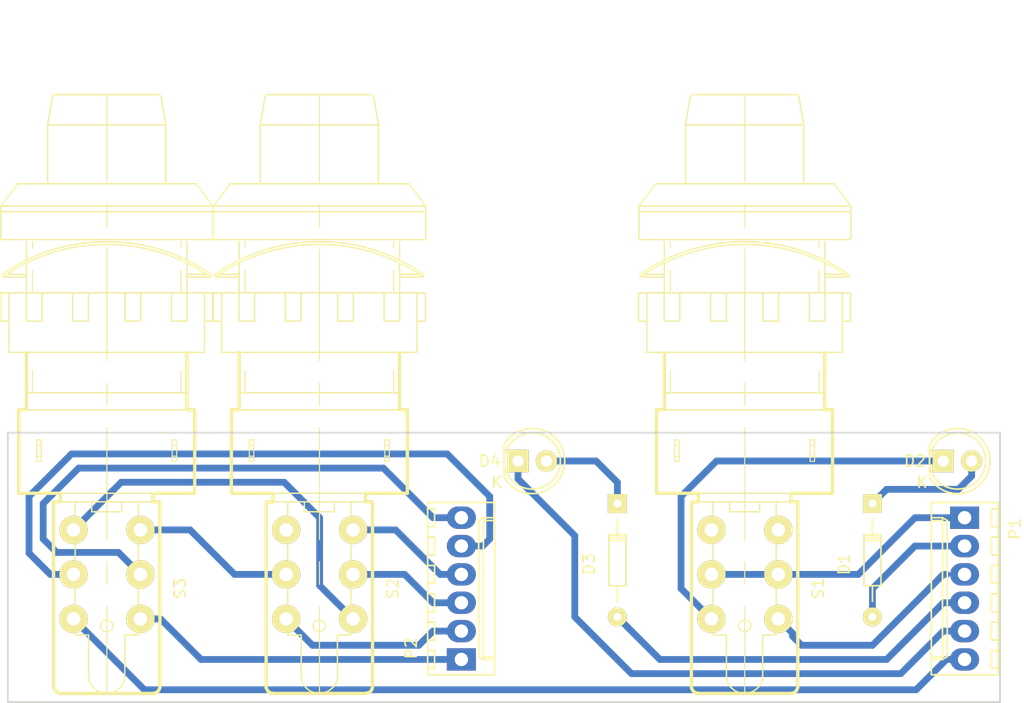
<source format=kicad_pcb>
(kicad_pcb (version 20171130) (host pcbnew "(5.1.9-0-10_14)")

  (general
    (thickness 1.6)
    (drawings 8)
    (tracks 81)
    (zones 0)
    (modules 9)
    (nets 18)
  )

  (page A4)
  (title_block
    (title "Studer B67 VU Switch Board")
    (rev 1.0)
    (company "Wolfgang Reutz")
  )

  (layers
    (0 F.Cu signal)
    (31 B.Cu signal)
    (32 B.Adhes user)
    (33 F.Adhes user)
    (34 B.Paste user)
    (35 F.Paste user)
    (36 B.SilkS user)
    (37 F.SilkS user)
    (38 B.Mask user)
    (39 F.Mask user)
    (40 Dwgs.User user)
    (41 Cmts.User user)
    (42 Eco1.User user)
    (43 Eco2.User user)
    (44 Edge.Cuts user)
    (45 Margin user)
    (46 B.CrtYd user)
    (47 F.CrtYd user)
    (48 B.Fab user)
    (49 F.Fab user)
  )

  (setup
    (last_trace_width 0.6096)
    (trace_clearance 0.25)
    (zone_clearance 0.508)
    (zone_45_only no)
    (trace_min 0.2)
    (via_size 0.6)
    (via_drill 0.4)
    (via_min_size 0.4)
    (via_min_drill 0.3)
    (uvia_size 0.3)
    (uvia_drill 0.1)
    (uvias_allowed no)
    (uvia_min_size 0.2)
    (uvia_min_drill 0.1)
    (edge_width 0.15)
    (segment_width 0.2)
    (pcb_text_width 0.3)
    (pcb_text_size 1.5 1.5)
    (mod_edge_width 0.15)
    (mod_text_size 1 1)
    (mod_text_width 0.15)
    (pad_size 1.524 1.524)
    (pad_drill 0.762)
    (pad_to_mask_clearance 0.2)
    (solder_mask_min_width 0.25)
    (aux_axis_origin 0 0)
    (visible_elements FFFFFF7F)
    (pcbplotparams
      (layerselection 0x010f0_ffffffff)
      (usegerberextensions false)
      (usegerberattributes false)
      (usegerberadvancedattributes false)
      (creategerberjobfile false)
      (excludeedgelayer true)
      (linewidth 0.100000)
      (plotframeref false)
      (viasonmask false)
      (mode 1)
      (useauxorigin false)
      (hpglpennumber 1)
      (hpglpenspeed 20)
      (hpglpendiameter 15.000000)
      (psnegative false)
      (psa4output false)
      (plotreference true)
      (plotvalue false)
      (plotinvisibletext false)
      (padsonsilk true)
      (subtractmaskfromsilk false)
      (outputformat 1)
      (mirror false)
      (drillshape 0)
      (scaleselection 1)
      (outputdirectory "CAM/"))
  )

  (net 0 "")
  (net 1 "Net-(D1-Pad2)")
  (net 2 "Net-(D1-Pad1)")
  (net 3 "Net-(D2-Pad1)")
  (net 4 "Net-(D3-Pad2)")
  (net 5 "Net-(D3-Pad1)")
  (net 6 "Net-(D4-Pad1)")
  (net 7 "Net-(P1-Pad1)")
  (net 8 "Net-(P1-Pad3)")
  (net 9 "Net-(P1-Pad6)")
  (net 10 "Net-(P2-Pad1)")
  (net 11 "Net-(P2-Pad2)")
  (net 12 "Net-(P2-Pad3)")
  (net 13 "Net-(P2-Pad4)")
  (net 14 "Net-(P2-Pad5)")
  (net 15 "Net-(P2-Pad6)")
  (net 16 "Net-(S2-Pad12)")
  (net 17 "Net-(S2-Pad20)")

  (net_class Default "This is the default net class."
    (clearance 0.25)
    (trace_width 0.6096)
    (via_dia 0.6)
    (via_drill 0.4)
    (uvia_dia 0.3)
    (uvia_drill 0.1)
    (add_net "Net-(D1-Pad1)")
    (add_net "Net-(D1-Pad2)")
    (add_net "Net-(D2-Pad1)")
    (add_net "Net-(D3-Pad1)")
    (add_net "Net-(D3-Pad2)")
    (add_net "Net-(D4-Pad1)")
    (add_net "Net-(P1-Pad1)")
    (add_net "Net-(P1-Pad3)")
    (add_net "Net-(P1-Pad6)")
    (add_net "Net-(P2-Pad1)")
    (add_net "Net-(P2-Pad2)")
    (add_net "Net-(P2-Pad3)")
    (add_net "Net-(P2-Pad4)")
    (add_net "Net-(P2-Pad5)")
    (add_net "Net-(P2-Pad6)")
    (add_net "Net-(S2-Pad12)")
    (add_net "Net-(S2-Pad20)")
  )

  (net_class Normal ""
    (clearance 0.2)
    (trace_width 0.25)
    (via_dia 0.6)
    (via_drill 0.4)
    (uvia_dia 0.3)
    (uvia_drill 0.1)
  )

  (module Connectors_Molex:Molex_KK-6410-06_06x2.54mm_Straight (layer F.Cu) (tedit 56C6219D) (tstamp 569D62A7)
    (at 180.975 110.49 270)
    (descr "Connector Headers with Friction Lock, 22-27-2061, http://www.molex.com/pdm_docs/sd/022272021_sd.pdf")
    (tags "connector molex kk_6410 22-27-2061")
    (path /569D5F8E)
    (fp_text reference P1 (at 1 -4.5 270) (layer F.SilkS)
      (effects (font (size 1 1) (thickness 0.15)))
    )
    (fp_text value CONN_01X06 (at 6.35 4.5 270) (layer F.Fab)
      (effects (font (size 1 1) (thickness 0.15)))
    )
    (fp_line (start 14.6 3.5) (end -1.9 3.5) (layer F.CrtYd) (width 0.05))
    (fp_line (start 14.6 -3.55) (end 14.6 3.5) (layer F.CrtYd) (width 0.05))
    (fp_line (start -1.9 -3.55) (end 14.6 -3.55) (layer F.CrtYd) (width 0.05))
    (fp_line (start -1.9 3.5) (end -1.9 -3.55) (layer F.CrtYd) (width 0.05))
    (fp_line (start 13.5 -2.4) (end 13.5 -3.02) (layer F.SilkS) (width 0.15))
    (fp_line (start 11.9 -2.4) (end 13.5 -2.4) (layer F.SilkS) (width 0.15))
    (fp_line (start 11.9 -3.02) (end 11.9 -2.4) (layer F.SilkS) (width 0.15))
    (fp_line (start 10.96 -2.4) (end 10.96 -3.02) (layer F.SilkS) (width 0.15))
    (fp_line (start 9.36 -2.4) (end 10.96 -2.4) (layer F.SilkS) (width 0.15))
    (fp_line (start 9.36 -3.02) (end 9.36 -2.4) (layer F.SilkS) (width 0.15))
    (fp_line (start 8.42 -2.4) (end 8.42 -3.02) (layer F.SilkS) (width 0.15))
    (fp_line (start 6.82 -2.4) (end 8.42 -2.4) (layer F.SilkS) (width 0.15))
    (fp_line (start 6.82 -3.02) (end 6.82 -2.4) (layer F.SilkS) (width 0.15))
    (fp_line (start 5.88 -2.4) (end 5.88 -3.02) (layer F.SilkS) (width 0.15))
    (fp_line (start 4.28 -2.4) (end 5.88 -2.4) (layer F.SilkS) (width 0.15))
    (fp_line (start 4.28 -3.02) (end 4.28 -2.4) (layer F.SilkS) (width 0.15))
    (fp_line (start 3.34 -2.4) (end 3.34 -3.02) (layer F.SilkS) (width 0.15))
    (fp_line (start 1.74 -2.4) (end 3.34 -2.4) (layer F.SilkS) (width 0.15))
    (fp_line (start 1.74 -3.02) (end 1.74 -2.4) (layer F.SilkS) (width 0.15))
    (fp_line (start 0.8 -2.4) (end 0.8 -3.02) (layer F.SilkS) (width 0.15))
    (fp_line (start -0.8 -2.4) (end 0.8 -2.4) (layer F.SilkS) (width 0.15))
    (fp_line (start -0.8 -3.02) (end -0.8 -2.4) (layer F.SilkS) (width 0.15))
    (fp_line (start 12.45 2.98) (end 12.45 1.98) (layer F.SilkS) (width 0.15))
    (fp_line (start 0.25 2.98) (end 0.25 1.98) (layer F.SilkS) (width 0.15))
    (fp_line (start 12.45 1.55) (end 12.7 1.98) (layer F.SilkS) (width 0.15))
    (fp_line (start 0.25 1.55) (end 12.45 1.55) (layer F.SilkS) (width 0.15))
    (fp_line (start 0 1.98) (end 0.25 1.55) (layer F.SilkS) (width 0.15))
    (fp_line (start 12.7 1.98) (end 12.7 2.98) (layer F.SilkS) (width 0.15))
    (fp_line (start 0 1.98) (end 12.7 1.98) (layer F.SilkS) (width 0.15))
    (fp_line (start 0 2.98) (end 0 1.98) (layer F.SilkS) (width 0.15))
    (fp_line (start 14.07 -3.02) (end -1.37 -3.02) (layer F.SilkS) (width 0.15))
    (fp_line (start 14.07 2.98) (end 14.07 -3.02) (layer F.SilkS) (width 0.15))
    (fp_line (start -1.37 2.98) (end 14.07 2.98) (layer F.SilkS) (width 0.15))
    (fp_line (start -1.37 -3.02) (end -1.37 2.98) (layer F.SilkS) (width 0.15))
    (pad 6 thru_hole oval (at 12.7 0 270) (size 2 2.6) (drill 1.2) (layers *.Cu *.Mask)
      (net 9 "Net-(P1-Pad6)"))
    (pad 5 thru_hole oval (at 10.16 0 270) (size 2 2.6) (drill 1.2) (layers *.Cu *.Mask)
      (net 6 "Net-(D4-Pad1)"))
    (pad 4 thru_hole oval (at 7.62 0 270) (size 2 2.6) (drill 1.2) (layers *.Cu *.Mask)
      (net 4 "Net-(D3-Pad2)"))
    (pad 3 thru_hole oval (at 5.08 0 270) (size 2 2.6) (drill 1.2) (layers *.Cu *.Mask)
      (net 8 "Net-(P1-Pad3)"))
    (pad 2 thru_hole oval (at 2.54 0 270) (size 2 2.6) (drill 1.2) (layers *.Cu *.Mask)
      (net 1 "Net-(D1-Pad2)"))
    (pad 1 thru_hole rect (at 0 0 270) (size 2 2.6) (drill 1.2) (layers *.Cu *.Mask)
      (net 7 "Net-(P1-Pad1)"))
    (model ${KISYS3DMOD}/Connector_Molex.3dshapes/Molex_KK-254_AE-6410-06A_1x06_P2.54mm_Vertical.step
      (at (xyz 0 0 0))
      (scale (xyz 1 1 1))
      (rotate (xyz 0 0 0))
    )
  )

  (module Connectors_Molex:Molex_KK-6410-06_06x2.54mm_Straight (layer F.Cu) (tedit 56C6219D) (tstamp 569D62B1)
    (at 135.89 123.19 90)
    (descr "Connector Headers with Friction Lock, 22-27-2061, http://www.molex.com/pdm_docs/sd/022272021_sd.pdf")
    (tags "connector molex kk_6410 22-27-2061")
    (path /569D603C)
    (fp_text reference P2 (at 1 -4.5 90) (layer F.SilkS)
      (effects (font (size 1 1) (thickness 0.15)))
    )
    (fp_text value CONN_01X06 (at 6.35 4.5 90) (layer F.Fab)
      (effects (font (size 1 1) (thickness 0.15)))
    )
    (fp_line (start 14.6 3.5) (end -1.9 3.5) (layer F.CrtYd) (width 0.05))
    (fp_line (start 14.6 -3.55) (end 14.6 3.5) (layer F.CrtYd) (width 0.05))
    (fp_line (start -1.9 -3.55) (end 14.6 -3.55) (layer F.CrtYd) (width 0.05))
    (fp_line (start -1.9 3.5) (end -1.9 -3.55) (layer F.CrtYd) (width 0.05))
    (fp_line (start 13.5 -2.4) (end 13.5 -3.02) (layer F.SilkS) (width 0.15))
    (fp_line (start 11.9 -2.4) (end 13.5 -2.4) (layer F.SilkS) (width 0.15))
    (fp_line (start 11.9 -3.02) (end 11.9 -2.4) (layer F.SilkS) (width 0.15))
    (fp_line (start 10.96 -2.4) (end 10.96 -3.02) (layer F.SilkS) (width 0.15))
    (fp_line (start 9.36 -2.4) (end 10.96 -2.4) (layer F.SilkS) (width 0.15))
    (fp_line (start 9.36 -3.02) (end 9.36 -2.4) (layer F.SilkS) (width 0.15))
    (fp_line (start 8.42 -2.4) (end 8.42 -3.02) (layer F.SilkS) (width 0.15))
    (fp_line (start 6.82 -2.4) (end 8.42 -2.4) (layer F.SilkS) (width 0.15))
    (fp_line (start 6.82 -3.02) (end 6.82 -2.4) (layer F.SilkS) (width 0.15))
    (fp_line (start 5.88 -2.4) (end 5.88 -3.02) (layer F.SilkS) (width 0.15))
    (fp_line (start 4.28 -2.4) (end 5.88 -2.4) (layer F.SilkS) (width 0.15))
    (fp_line (start 4.28 -3.02) (end 4.28 -2.4) (layer F.SilkS) (width 0.15))
    (fp_line (start 3.34 -2.4) (end 3.34 -3.02) (layer F.SilkS) (width 0.15))
    (fp_line (start 1.74 -2.4) (end 3.34 -2.4) (layer F.SilkS) (width 0.15))
    (fp_line (start 1.74 -3.02) (end 1.74 -2.4) (layer F.SilkS) (width 0.15))
    (fp_line (start 0.8 -2.4) (end 0.8 -3.02) (layer F.SilkS) (width 0.15))
    (fp_line (start -0.8 -2.4) (end 0.8 -2.4) (layer F.SilkS) (width 0.15))
    (fp_line (start -0.8 -3.02) (end -0.8 -2.4) (layer F.SilkS) (width 0.15))
    (fp_line (start 12.45 2.98) (end 12.45 1.98) (layer F.SilkS) (width 0.15))
    (fp_line (start 0.25 2.98) (end 0.25 1.98) (layer F.SilkS) (width 0.15))
    (fp_line (start 12.45 1.55) (end 12.7 1.98) (layer F.SilkS) (width 0.15))
    (fp_line (start 0.25 1.55) (end 12.45 1.55) (layer F.SilkS) (width 0.15))
    (fp_line (start 0 1.98) (end 0.25 1.55) (layer F.SilkS) (width 0.15))
    (fp_line (start 12.7 1.98) (end 12.7 2.98) (layer F.SilkS) (width 0.15))
    (fp_line (start 0 1.98) (end 12.7 1.98) (layer F.SilkS) (width 0.15))
    (fp_line (start 0 2.98) (end 0 1.98) (layer F.SilkS) (width 0.15))
    (fp_line (start 14.07 -3.02) (end -1.37 -3.02) (layer F.SilkS) (width 0.15))
    (fp_line (start 14.07 2.98) (end 14.07 -3.02) (layer F.SilkS) (width 0.15))
    (fp_line (start -1.37 2.98) (end 14.07 2.98) (layer F.SilkS) (width 0.15))
    (fp_line (start -1.37 -3.02) (end -1.37 2.98) (layer F.SilkS) (width 0.15))
    (pad 6 thru_hole oval (at 12.7 0 90) (size 2 2.6) (drill 1.2) (layers *.Cu *.Mask)
      (net 15 "Net-(P2-Pad6)"))
    (pad 5 thru_hole oval (at 10.16 0 90) (size 2 2.6) (drill 1.2) (layers *.Cu *.Mask)
      (net 14 "Net-(P2-Pad5)"))
    (pad 4 thru_hole oval (at 7.62 0 90) (size 2 2.6) (drill 1.2) (layers *.Cu *.Mask)
      (net 13 "Net-(P2-Pad4)"))
    (pad 3 thru_hole oval (at 5.08 0 90) (size 2 2.6) (drill 1.2) (layers *.Cu *.Mask)
      (net 12 "Net-(P2-Pad3)"))
    (pad 2 thru_hole oval (at 2.54 0 90) (size 2 2.6) (drill 1.2) (layers *.Cu *.Mask)
      (net 11 "Net-(P2-Pad2)"))
    (pad 1 thru_hole rect (at 0 0 90) (size 2 2.6) (drill 1.2) (layers *.Cu *.Mask)
      (net 10 "Net-(P2-Pad1)"))
    (model ${KISYS3DMOD}/Connector_Molex.3dshapes/Molex_KK-254_AE-6410-06A_1x06_P2.54mm_Vertical.step
      (at (xyz 0 0 0))
      (scale (xyz 1 1 1))
      (rotate (xyz 0 0 0))
    )
  )

  (module LEDs:LED-5MM (layer F.Cu) (tedit 5570F7EA) (tstamp 569D6291)
    (at 179.07 105.41)
    (descr "LED 5mm round vertical")
    (tags "LED 5mm round vertical")
    (path /569D5E13)
    (fp_text reference D2 (at -2.54 0) (layer F.SilkS)
      (effects (font (size 1 1) (thickness 0.15)))
    )
    (fp_text value LED (at -3.048 -1.524) (layer F.Fab)
      (effects (font (size 1 1) (thickness 0.15)))
    )
    (fp_line (start -1.5 -1.55) (end -1.5 1.55) (layer F.CrtYd) (width 0.05))
    (fp_line (start -1.23 1.5) (end -1.23 -1.5) (layer F.SilkS) (width 0.15))
    (fp_circle (center 1.27 0) (end 0.97 -2.5) (layer F.SilkS) (width 0.15))
    (fp_arc (start 1.3 0) (end -1.5 1.55) (angle -302) (layer F.CrtYd) (width 0.05))
    (fp_arc (start 1.27 0) (end -1.23 -1.5) (angle 297.5) (layer F.SilkS) (width 0.15))
    (fp_text user K (at -1.905 1.905) (layer F.SilkS)
      (effects (font (size 1 1) (thickness 0.15)))
    )
    (pad 1 thru_hole rect (at 0 0 90) (size 2 1.9) (drill 1.00076) (layers *.Cu *.Mask F.SilkS)
      (net 3 "Net-(D2-Pad1)"))
    (pad 2 thru_hole circle (at 2.54 0) (size 1.9 1.9) (drill 1.00076) (layers *.Cu *.Mask F.SilkS)
      (net 2 "Net-(D1-Pad1)"))
    (model ${KISYS3DMOD}/LED_THT.3dshapes/LED_D5.0mm.wrl
      (at (xyz 0 0 0))
      (scale (xyz 1 1 1))
      (rotate (xyz 0 0 0))
    )
  )

  (module LEDs:LED-5MM (layer F.Cu) (tedit 5570F7EA) (tstamp 569D629D)
    (at 140.97 105.41)
    (descr "LED 5mm round vertical")
    (tags "LED 5mm round vertical")
    (path /569D5E66)
    (fp_text reference D4 (at -2.54 0) (layer F.SilkS)
      (effects (font (size 1 1) (thickness 0.15)))
    )
    (fp_text value LED (at -3.048 -1.524) (layer F.Fab)
      (effects (font (size 1 1) (thickness 0.15)))
    )
    (fp_line (start -1.5 -1.55) (end -1.5 1.55) (layer F.CrtYd) (width 0.05))
    (fp_line (start -1.23 1.5) (end -1.23 -1.5) (layer F.SilkS) (width 0.15))
    (fp_circle (center 1.27 0) (end 0.97 -2.5) (layer F.SilkS) (width 0.15))
    (fp_arc (start 1.3 0) (end -1.5 1.55) (angle -302) (layer F.CrtYd) (width 0.05))
    (fp_arc (start 1.27 0) (end -1.23 -1.5) (angle 297.5) (layer F.SilkS) (width 0.15))
    (fp_text user K (at -1.905 1.905) (layer F.SilkS)
      (effects (font (size 1 1) (thickness 0.15)))
    )
    (pad 1 thru_hole rect (at 0 0 90) (size 2 1.9) (drill 1.00076) (layers *.Cu *.Mask F.SilkS)
      (net 6 "Net-(D4-Pad1)"))
    (pad 2 thru_hole circle (at 2.54 0) (size 1.9 1.9) (drill 1.00076) (layers *.Cu *.Mask F.SilkS)
      (net 5 "Net-(D3-Pad1)"))
    (model ${KISYS3DMOD}/LED_THT.3dshapes/LED_D5.0mm.wrl
      (at (xyz 0 0 0))
      (scale (xyz 1 1 1))
      (rotate (xyz 0 0 0))
    )
  )

  (module Diodes_ThroughHole:Diode_DO-35_SOD27_Horizontal_RM10 (layer F.Cu) (tedit 552FFC30) (tstamp 569D628B)
    (at 172.71746 109.21948 270)
    (descr "Diode, DO-35,  SOD27, Horizontal, RM 10mm")
    (tags "Diode, DO-35, SOD27, Horizontal, RM 10mm, 1N4148,")
    (path /569D5E99)
    (fp_text reference D1 (at 5.43052 2.53746 270) (layer F.SilkS)
      (effects (font (size 1 1) (thickness 0.15)))
    )
    (fp_text value 1N4448 (at 5.08052 -2.54254 270) (layer F.Fab)
      (effects (font (size 1 1) (thickness 0.15)))
    )
    (fp_line (start 7.36652 -0.00254) (end 8.76352 -0.00254) (layer F.SilkS) (width 0.15))
    (fp_line (start 2.92152 -0.00254) (end 1.39752 -0.00254) (layer F.SilkS) (width 0.15))
    (fp_line (start 3.30252 -0.76454) (end 3.30252 0.75946) (layer F.SilkS) (width 0.15))
    (fp_line (start 3.04852 -0.76454) (end 3.04852 0.75946) (layer F.SilkS) (width 0.15))
    (fp_line (start 2.79452 -0.00254) (end 2.79452 0.75946) (layer F.SilkS) (width 0.15))
    (fp_line (start 2.79452 0.75946) (end 7.36652 0.75946) (layer F.SilkS) (width 0.15))
    (fp_line (start 7.36652 0.75946) (end 7.36652 -0.76454) (layer F.SilkS) (width 0.15))
    (fp_line (start 7.36652 -0.76454) (end 2.79452 -0.76454) (layer F.SilkS) (width 0.15))
    (fp_line (start 2.79452 -0.76454) (end 2.79452 -0.00254) (layer F.SilkS) (width 0.15))
    (pad 2 thru_hole circle (at 10.16052 -0.00254 90) (size 1.69926 1.69926) (drill 0.70104) (layers *.Cu *.Mask F.SilkS)
      (net 1 "Net-(D1-Pad2)"))
    (pad 1 thru_hole rect (at 0.00052 -0.00254 90) (size 1.69926 1.69926) (drill 0.70104) (layers *.Cu *.Mask F.SilkS)
      (net 2 "Net-(D1-Pad1)"))
    (model ${KISYS3DMOD}/Diode_THT.3dshapes/D_DO-35_SOD27_P10.16mm_Horizontal.step
      (at (xyz 0 0 0))
      (scale (xyz 1 1 1))
      (rotate (xyz 0 0 0))
    )
  )

  (module Diodes_ThroughHole:Diode_DO-35_SOD27_Horizontal_RM10 (layer F.Cu) (tedit 552FFC30) (tstamp 569D6297)
    (at 149.86508 109.22104 270)
    (descr "Diode, DO-35,  SOD27, Horizontal, RM 10mm")
    (tags "Diode, DO-35, SOD27, Horizontal, RM 10mm, 1N4148,")
    (path /569D5F04)
    (fp_text reference D3 (at 5.43052 2.53746 270) (layer F.SilkS)
      (effects (font (size 1 1) (thickness 0.15)))
    )
    (fp_text value 1N4448 (at 5.08 -2.54 270) (layer F.Fab)
      (effects (font (size 1 1) (thickness 0.15)))
    )
    (fp_line (start 7.36652 -0.00254) (end 8.76352 -0.00254) (layer F.SilkS) (width 0.15))
    (fp_line (start 2.92152 -0.00254) (end 1.39752 -0.00254) (layer F.SilkS) (width 0.15))
    (fp_line (start 3.30252 -0.76454) (end 3.30252 0.75946) (layer F.SilkS) (width 0.15))
    (fp_line (start 3.04852 -0.76454) (end 3.04852 0.75946) (layer F.SilkS) (width 0.15))
    (fp_line (start 2.79452 -0.00254) (end 2.79452 0.75946) (layer F.SilkS) (width 0.15))
    (fp_line (start 2.79452 0.75946) (end 7.36652 0.75946) (layer F.SilkS) (width 0.15))
    (fp_line (start 7.36652 0.75946) (end 7.36652 -0.76454) (layer F.SilkS) (width 0.15))
    (fp_line (start 7.36652 -0.76454) (end 2.79452 -0.76454) (layer F.SilkS) (width 0.15))
    (fp_line (start 2.79452 -0.76454) (end 2.79452 -0.00254) (layer F.SilkS) (width 0.15))
    (pad 2 thru_hole circle (at 10.16052 -0.00254 90) (size 1.69926 1.69926) (drill 0.70104) (layers *.Cu *.Mask F.SilkS)
      (net 4 "Net-(D3-Pad2)"))
    (pad 1 thru_hole rect (at 0.00052 -0.00254 90) (size 1.69926 1.69926) (drill 0.70104) (layers *.Cu *.Mask F.SilkS)
      (net 5 "Net-(D3-Pad1)"))
    (model ${KISYS3DMOD}/Diode_THT.3dshapes/D_DO-35_SOD27_P10.16mm_Horizontal.step
      (at (xyz 0 0 0))
      (scale (xyz 1 1 1))
      (rotate (xyz 0 0 0))
    )
  )

  (module wreutz:ZFSA200 (layer F.Cu) (tedit 569EB028) (tstamp 569D62CF)
    (at 104.14 115.57 270)
    (descr "Sleepy Eyes Push Button, 2 pol, Umschalter")
    (tags SWITCH)
    (path /569D5CD3)
    (fp_text reference S3 (at 1.27 -6.5532 270) (layer F.SilkS)
      (effects (font (size 1 1) (thickness 0.15)))
    )
    (fp_text value SA-200 (at 1.27 6.7818 270) (layer F.Fab)
      (effects (font (size 1 1) (thickness 0.15)))
    )
    (fp_line (start -26.89098 -9.30402) (end -26.64968 -9.30402) (layer F.SilkS) (width 0.127))
    (fp_line (start -26.64968 -9.30402) (end -27.21102 -8.4328) (layer F.SilkS) (width 0.127))
    (fp_line (start -27.21102 -8.4328) (end -27.7114 -7.54126) (layer F.SilkS) (width 0.127))
    (fp_line (start -27.7114 -7.54126) (end -28.17114 -6.58622) (layer F.SilkS) (width 0.127))
    (fp_line (start -28.17114 -6.58622) (end -28.56992 -5.588) (layer F.SilkS) (width 0.127))
    (fp_line (start -28.56992 -5.588) (end -28.91028 -4.56946) (layer F.SilkS) (width 0.127))
    (fp_line (start -28.91028 -4.56946) (end -29.18968 -3.50774) (layer F.SilkS) (width 0.127))
    (fp_line (start -29.18968 -3.50774) (end -29.39034 -2.4257) (layer F.SilkS) (width 0.127))
    (fp_line (start -29.39034 -2.4257) (end -29.50972 -1.3208) (layer F.SilkS) (width 0.127))
    (fp_line (start -29.50972 -1.3208) (end -29.57068 -0.19558) (layer F.SilkS) (width 0.127))
    (fp_line (start -29.57068 -0.19558) (end -29.55036 0.9271) (layer F.SilkS) (width 0.127))
    (fp_line (start -29.55036 0.9271) (end -29.4513 2.02946) (layer F.SilkS) (width 0.127))
    (fp_line (start -29.4513 2.02946) (end -29.27096 3.15468) (layer F.SilkS) (width 0.127))
    (fp_line (start -29.27096 3.15468) (end -29.01188 4.25958) (layer F.SilkS) (width 0.127))
    (fp_line (start -29.01188 4.25958) (end -28.6893 5.34162) (layer F.SilkS) (width 0.127))
    (fp_line (start -28.6893 5.34162) (end -28.2702 6.40334) (layer F.SilkS) (width 0.127))
    (fp_line (start -28.2702 6.40334) (end -27.81046 7.4422) (layer F.SilkS) (width 0.127))
    (fp_line (start -27.81046 7.4422) (end -27.24912 8.4201) (layer F.SilkS) (width 0.127))
    (fp_line (start -27.24912 8.4201) (end -26.64968 9.35482) (layer F.SilkS) (width 0.127))
    (fp_line (start -26.89098 9.35482) (end -27.4701 8.50392) (layer F.SilkS) (width 0.127))
    (fp_line (start -27.4701 8.50392) (end -27.97048 7.59206) (layer F.SilkS) (width 0.127))
    (fp_line (start -27.97048 7.59206) (end -28.43022 6.63702) (layer F.SilkS) (width 0.127))
    (fp_line (start -28.43022 6.63702) (end -28.83154 5.65912) (layer F.SilkS) (width 0.127))
    (fp_line (start -28.83154 5.65912) (end -29.1719 4.62026) (layer F.SilkS) (width 0.127))
    (fp_line (start -29.1719 4.62026) (end -29.43098 3.55854) (layer F.SilkS) (width 0.127))
    (fp_line (start -29.43098 3.55854) (end -29.6291 2.4765) (layer F.SilkS) (width 0.127))
    (fp_line (start -29.6291 2.4765) (end -29.77134 1.3716) (layer F.SilkS) (width 0.127))
    (fp_line (start -29.77134 1.3716) (end -29.81198 0.26924) (layer F.SilkS) (width 0.127))
    (fp_line (start -29.81198 0.26924) (end -29.79166 -0.85344) (layer F.SilkS) (width 0.127))
    (fp_line (start -29.79166 -0.85344) (end -29.69006 -1.97866) (layer F.SilkS) (width 0.127))
    (fp_line (start -29.69006 -1.97866) (end -29.53004 -3.10388) (layer F.SilkS) (width 0.127))
    (fp_line (start -29.53004 -3.10388) (end -29.27096 -4.20878) (layer F.SilkS) (width 0.127))
    (fp_line (start -29.27096 -4.20878) (end -28.9306 -5.29082) (layer F.SilkS) (width 0.127))
    (fp_line (start -28.9306 -5.29082) (end -28.52928 -6.35254) (layer F.SilkS) (width 0.127))
    (fp_line (start -28.52928 -6.35254) (end -28.05176 -7.37108) (layer F.SilkS) (width 0.127))
    (fp_line (start -28.05176 -7.37108) (end -27.51074 -8.3693) (layer F.SilkS) (width 0.127))
    (fp_line (start -27.51074 -8.3693) (end -26.89098 -9.30402) (layer F.SilkS) (width 0.127))
    (fp_line (start -26.64968 -9.30402) (end -26.64968 -7.16026) (layer F.SilkS) (width 0.127))
    (fp_line (start -26.64968 7.21106) (end -26.64968 9.35482) (layer F.SilkS) (width 0.127))
    (fp_line (start -26.64968 9.35482) (end -26.89098 9.35482) (layer F.SilkS) (width 0.127))
    (fp_line (start -26.89098 8.99414) (end -26.89098 7.21106) (layer F.SilkS) (width 0.127))
    (fp_line (start -26.89098 -7.16026) (end -26.89098 -8.92048) (layer F.SilkS) (width 0.127))
    (fp_line (start -14.74978 7.90956) (end -7.26948 7.90956) (layer F.SilkS) (width 0.3048))
    (fp_line (start -7.26948 7.90956) (end -7.26948 4.17322) (layer F.SilkS) (width 0.3048))
    (fp_line (start -7.26948 4.17322) (end -7.26948 -4.12242) (layer F.SilkS) (width 0.127))
    (fp_line (start -7.26948 -4.12242) (end -7.26948 -7.85876) (layer F.SilkS) (width 0.3048))
    (fp_line (start -7.26948 -7.85876) (end -14.74978 -7.85876) (layer F.SilkS) (width 0.3048))
    (fp_line (start -14.74978 -7.85876) (end -14.74978 -7.16026) (layer F.SilkS) (width 0.3048))
    (fp_line (start -14.74978 7.21106) (end -14.74978 7.90956) (layer F.SilkS) (width 0.3048))
    (fp_line (start -16.27124 6.6802) (end -18.27022 6.6802) (layer F.SilkS) (width 0.1))
    (fp_line (start -25.22982 6.6802) (end -27.23134 6.6802) (layer F.SilkS) (width 0.1))
    (fp_line (start -29.23032 6.6802) (end -29.81198 6.6802) (layer F.SilkS) (width 0.1))
    (fp_line (start -16.27124 -6.6294) (end -18.27022 -6.6294) (layer F.SilkS) (width 0.1))
    (fp_line (start -25.22982 -6.6294) (end -27.23134 -6.6294) (layer F.SilkS) (width 0.1))
    (fp_line (start -29.23032 -6.6294) (end -29.81198 -6.6294) (layer F.SilkS) (width 0.1))
    (fp_line (start -35.03168 5.3213) (end -40.2717 5.3213) (layer F.SilkS) (width 0.127))
    (fp_line (start -40.2717 5.3213) (end -42.77106 4.89458) (layer F.SilkS) (width 0.127))
    (fp_line (start -42.77106 4.89458) (end -42.82948 4.87426) (layer F.SilkS) (width 0.1))
    (fp_line (start -42.82948 4.87426) (end -42.87012 4.83108) (layer F.SilkS) (width 0.127))
    (fp_line (start -42.87012 4.83108) (end -42.93108 4.79044) (layer F.SilkS) (width 0.1))
    (fp_line (start -42.93108 4.79044) (end -42.9514 4.74726) (layer F.SilkS) (width 0.1))
    (fp_line (start -42.9514 4.74726) (end -42.9895 4.62026) (layer F.SilkS) (width 0.127))
    (fp_line (start -42.9895 4.62026) (end -42.9895 0.0127) (layer F.SilkS) (width 0.127))
    (fp_line (start -42.9895 0.0127) (end -42.9895 -4.56946) (layer F.SilkS) (width 0.127))
    (fp_line (start -42.9895 -4.56946) (end -42.9514 -4.69646) (layer F.SilkS) (width 0.127))
    (fp_line (start -42.9514 -4.69646) (end -42.93108 -4.73964) (layer F.SilkS) (width 0.1))
    (fp_line (start -42.93108 -4.73964) (end -42.89044 -4.78282) (layer F.SilkS) (width 0.127))
    (fp_line (start -42.89044 -4.78282) (end -42.82948 -4.82346) (layer F.SilkS) (width 0.1))
    (fp_line (start -42.82948 -4.82346) (end -42.77106 -4.84632) (layer F.SilkS) (width 0.127))
    (fp_line (start -42.77106 -4.84632) (end -40.2717 -5.2705) (layer F.SilkS) (width 0.127))
    (fp_line (start -40.2717 -5.2705) (end -35.03168 -5.2705) (layer F.SilkS) (width 0.127))
    (fp_line (start -40.2717 5.3213) (end -40.2717 -5.2705) (layer F.SilkS) (width 0.127))
    (fp_line (start -25.22982 -8.72998) (end -22.68982 -8.72998) (layer F.SilkS) (width 0.127))
    (fp_line (start -22.68982 -8.72998) (end -19.89074 -8.72998) (layer F.SilkS) (width 0.127))
    (fp_line (start -19.89074 -8.72998) (end -19.89074 -7.16026) (layer F.SilkS) (width 0.127))
    (fp_line (start -19.89074 -7.16026) (end -19.89074 0.0127) (layer F.SilkS) (width 0.127))
    (fp_line (start -19.89074 0.0127) (end -19.89074 7.21106) (layer F.SilkS) (width 0.127))
    (fp_line (start -19.89074 7.21106) (end -19.89074 8.78078) (layer F.SilkS) (width 0.127))
    (fp_line (start -19.89074 8.78078) (end -22.68982 8.78078) (layer F.SilkS) (width 0.127))
    (fp_line (start -22.68982 8.78078) (end -25.22982 8.78078) (layer F.SilkS) (width 0.127))
    (fp_line (start -25.22982 8.78078) (end -25.22982 7.23138) (layer F.SilkS) (width 0.127))
    (fp_line (start -25.22982 7.23138) (end -25.22982 7.21106) (layer F.SilkS) (width 0.1))
    (fp_line (start -25.22982 7.21106) (end -25.22982 5.8293) (layer F.SilkS) (width 0.127))
    (fp_line (start -25.22982 5.8293) (end -25.22982 3.07086) (layer F.SilkS) (width 0.127))
    (fp_line (start -25.22982 3.07086) (end -25.22982 1.66878) (layer F.SilkS) (width 0.127))
    (fp_line (start -25.22982 1.66878) (end -25.22982 0.0127) (layer F.SilkS) (width 0.127))
    (fp_line (start -25.22982 0.0127) (end -25.22982 -1.61798) (layer F.SilkS) (width 0.127))
    (fp_line (start -25.22982 -1.61798) (end -25.22982 -3.02006) (layer F.SilkS) (width 0.127))
    (fp_line (start -25.22982 -3.02006) (end -25.22982 -5.7785) (layer F.SilkS) (width 0.127))
    (fp_line (start -25.22982 -5.7785) (end -25.22982 -7.16026) (layer F.SilkS) (width 0.127))
    (fp_line (start -25.22982 -7.16026) (end -25.22982 -7.18058) (layer F.SilkS) (width 0.1))
    (fp_line (start -25.22982 -7.18058) (end -25.22982 -8.72998) (layer F.SilkS) (width 0.127))
    (fp_line (start -25.22982 8.78078) (end -25.22982 9.52246) (layer F.SilkS) (width 0.127))
    (fp_line (start -25.22982 9.52246) (end -22.68982 9.52246) (layer F.SilkS) (width 0.127))
    (fp_line (start -22.68982 9.52246) (end -22.68982 8.78078) (layer F.SilkS) (width 0.127))
    (fp_line (start -25.22982 7.23138) (end -22.68982 7.23138) (layer F.SilkS) (width 0.127))
    (fp_line (start -22.68982 7.23138) (end -22.68982 5.8293) (layer F.SilkS) (width 0.127))
    (fp_line (start -22.68982 5.8293) (end -25.22982 5.8293) (layer F.SilkS) (width 0.127))
    (fp_line (start -25.22982 3.07086) (end -22.68982 3.07086) (layer F.SilkS) (width 0.127))
    (fp_line (start -22.68982 3.07086) (end -22.68982 1.66878) (layer F.SilkS) (width 0.127))
    (fp_line (start -22.68982 1.66878) (end -25.22982 1.66878) (layer F.SilkS) (width 0.127))
    (fp_line (start -25.22982 -7.18058) (end -22.68982 -7.18058) (layer F.SilkS) (width 0.127))
    (fp_line (start -22.68982 -7.18058) (end -22.68982 -5.7785) (layer F.SilkS) (width 0.127))
    (fp_line (start -22.68982 -5.7785) (end -25.22982 -5.7785) (layer F.SilkS) (width 0.127))
    (fp_line (start -25.22982 -3.02006) (end -22.68982 -3.02006) (layer F.SilkS) (width 0.127))
    (fp_line (start -22.68982 -3.02006) (end -22.68982 -1.61798) (layer F.SilkS) (width 0.127))
    (fp_line (start -22.68982 -1.61798) (end -25.22982 -1.61798) (layer F.SilkS) (width 0.127))
    (fp_line (start -25.22982 -8.72998) (end -25.22982 -9.4742) (layer F.SilkS) (width 0.127))
    (fp_line (start -25.22982 -9.4742) (end -22.68982 -9.4742) (layer F.SilkS) (width 0.127))
    (fp_line (start -22.68982 -9.4742) (end -22.68982 -8.72998) (layer F.SilkS) (width 0.127))
    (fp_line (start -25.22982 0.0127) (end -19.89074 0.0127) (layer F.SilkS) (width 0.1))
    (fp_line (start 10.64768 0.0127) (end 2.88798 0.0127) (layer F.SilkS) (width 0.1))
    (fp_line (start 0.88646 0.0127) (end -1.1303 0.0127) (layer F.SilkS) (width 0.1))
    (fp_line (start -3.12928 0.0127) (end -13.1318 0.0127) (layer F.SilkS) (width 0.1))
    (fp_line (start -15.13078 0.0127) (end -17.12976 0.0127) (layer F.SilkS) (width 0.1))
    (fp_line (start -19.13128 0.0127) (end -29.13126 0.0127) (layer F.SilkS) (width 0.1))
    (fp_line (start -31.13024 0.0127) (end -33.12922 0.0127) (layer F.SilkS) (width 0.1))
    (fp_line (start -35.15106 0.0127) (end -42.9895 0.0127) (layer F.SilkS) (width 0.1))
    (fp_line (start -16.27124 -7.16026) (end -14.74978 -7.16026) (layer F.SilkS) (width 0.3048))
    (fp_line (start -14.74978 -7.16026) (end -14.74978 7.21106) (layer F.SilkS) (width 0.127))
    (fp_line (start -14.74978 7.21106) (end -16.27124 7.21106) (layer F.SilkS) (width 0.3048))
    (fp_line (start -16.27124 7.21106) (end -16.27124 -7.16026) (layer F.SilkS) (width 0.127))
    (fp_line (start -16.27124 -7.16026) (end -19.89074 -7.16026) (layer F.SilkS) (width 0.3048))
    (fp_line (start -25.22982 -7.16026) (end -27.90952 -7.16026) (layer F.SilkS) (width 0.127))
    (fp_line (start -28.17114 -7.16026) (end -29.81198 -7.16026) (layer F.SilkS) (width 0.127))
    (fp_line (start -29.81198 7.21106) (end -28.17114 7.21106) (layer F.SilkS) (width 0.127))
    (fp_line (start -27.90952 7.21106) (end -25.22982 7.21106) (layer F.SilkS) (width 0.127))
    (fp_line (start -19.89074 7.21106) (end -16.27124 7.21106) (layer F.SilkS) (width 0.3048))
    (fp_line (start -6.4897 -1.3208) (end -5.61086 -1.3208) (layer F.SilkS) (width 0.127))
    (fp_line (start -5.61086 -1.3208) (end -5.61086 1.3716) (layer F.SilkS) (width 0.127))
    (fp_line (start -5.61086 1.3716) (end -6.4897 1.3716) (layer F.SilkS) (width 0.127))
    (fp_line (start -7.26948 4.17322) (end -6.4897 4.17322) (layer F.SilkS) (width 0.3048))
    (fp_line (start -7.26948 -4.12242) (end -6.4897 -4.12242) (layer F.SilkS) (width 0.3048))
    (fp_line (start -6.4897 -2.8067) (end -4.93014 -2.8067) (layer F.SilkS) (width 0.127))
    (fp_line (start -2.98958 -2.8067) (end -0.92964 -2.8067) (layer F.SilkS) (width 0.127))
    (fp_line (start -0.92964 -2.8067) (end -0.49022 -2.8067) (layer F.SilkS) (width 0.127))
    (fp_line (start 0.52578 -2.8067) (end 0.98806 -2.8067) (layer F.SilkS) (width 0.127))
    (fp_line (start 0.98806 -2.8067) (end 3.048 -2.8067) (layer F.SilkS) (width 0.127))
    (fp_line (start 3.048 -2.8067) (end 3.50774 -2.8067) (layer F.SilkS) (width 0.127))
    (fp_line (start 4.52628 -2.8067) (end 4.98602 -2.8067) (layer F.SilkS) (width 0.127))
    (fp_line (start 4.98602 -2.8067) (end 5.42798 -2.8067) (layer F.SilkS) (width 0.127))
    (fp_line (start 5.42798 -2.8067) (end 5.42798 -1.59766) (layer F.SilkS) (width 0.127))
    (fp_line (start 5.42798 -1.59766) (end 9.12622 -1.59766) (layer F.SilkS) (width 0.127))
    (fp_line (start 9.12622 -1.59766) (end 9.30656 -1.57734) (layer F.SilkS) (width 0.127))
    (fp_line (start 9.30656 -1.57734) (end 9.4869 -1.55448) (layer F.SilkS) (width 0.127))
    (fp_line (start 9.4869 -1.55448) (end 9.68756 -1.49098) (layer F.SilkS) (width 0.127))
    (fp_line (start 9.68756 -1.49098) (end 9.84758 -1.40716) (layer F.SilkS) (width 0.127))
    (fp_line (start 9.84758 -1.40716) (end 10.02792 -1.28016) (layer F.SilkS) (width 0.127))
    (fp_line (start 10.02792 -1.28016) (end 10.16762 -1.15062) (layer F.SilkS) (width 0.127))
    (fp_line (start 10.16762 -1.15062) (end 10.30732 -0.98298) (layer F.SilkS) (width 0.127))
    (fp_line (start 10.30732 -0.98298) (end 10.4267 -0.8128) (layer F.SilkS) (width 0.127))
    (fp_line (start 10.4267 -0.8128) (end 10.52576 -0.6223) (layer F.SilkS) (width 0.127))
    (fp_line (start 10.52576 -0.6223) (end 10.64768 -0.19558) (layer F.SilkS) (width 0.127))
    (fp_line (start 10.64768 -0.19558) (end 10.64768 0.22606) (layer F.SilkS) (width 0.1))
    (fp_line (start 10.64768 0.22606) (end 10.60704 0.41656) (layer F.SilkS) (width 0.127))
    (fp_line (start 10.60704 0.41656) (end 10.54608 0.60706) (layer F.SilkS) (width 0.127))
    (fp_line (start 10.54608 0.60706) (end 10.46734 0.8001) (layer F.SilkS) (width 0.127))
    (fp_line (start 10.46734 0.8001) (end 10.36574 0.96774) (layer F.SilkS) (width 0.127))
    (fp_line (start 10.36574 0.96774) (end 10.22604 1.13792) (layer F.SilkS) (width 0.127))
    (fp_line (start 10.22604 1.13792) (end 10.08634 1.28778) (layer F.SilkS) (width 0.127))
    (fp_line (start 10.08634 1.28778) (end 9.906 1.41478) (layer F.SilkS) (width 0.127))
    (fp_line (start 9.906 1.41478) (end 9.54786 1.58496) (layer F.SilkS) (width 0.127))
    (fp_line (start 9.54786 1.58496) (end 9.32688 1.62814) (layer F.SilkS) (width 0.127))
    (fp_line (start 9.32688 1.62814) (end 9.12622 1.64846) (layer F.SilkS) (width 0.127))
    (fp_line (start 9.12622 1.64846) (end 5.42798 1.64846) (layer F.SilkS) (width 0.127))
    (fp_line (start 5.42798 1.64846) (end 5.42798 2.8575) (layer F.SilkS) (width 0.127))
    (fp_line (start 5.42798 2.8575) (end 4.98602 2.8575) (layer F.SilkS) (width 0.127))
    (fp_line (start 4.98602 2.8575) (end 4.52628 2.8575) (layer F.SilkS) (width 0.127))
    (fp_line (start 3.50774 2.8575) (end 3.048 2.8575) (layer F.SilkS) (width 0.127))
    (fp_line (start 3.048 2.8575) (end 0.98806 2.8575) (layer F.SilkS) (width 0.127))
    (fp_line (start 0.98806 2.8575) (end 0.52578 2.8575) (layer F.SilkS) (width 0.127))
    (fp_line (start -0.49022 2.8575) (end -0.92964 2.8575) (layer F.SilkS) (width 0.127))
    (fp_line (start -0.92964 2.8575) (end -2.98958 2.8575) (layer F.SilkS) (width 0.127))
    (fp_line (start -6.4897 4.79044) (end 10.12698 4.79044) (layer F.SilkS) (width 0.3048))
    (fp_line (start 10.12698 4.79044) (end 10.22604 4.76758) (layer F.SilkS) (width 0.127))
    (fp_line (start 10.22604 4.76758) (end 10.4267 4.64058) (layer F.SilkS) (width 0.3048))
    (fp_line (start 10.4267 4.64058) (end 10.50798 4.57708) (layer F.SilkS) (width 0.3048))
    (fp_line (start 10.50798 4.57708) (end 10.62736 4.36372) (layer F.SilkS) (width 0.3048))
    (fp_line (start 10.62736 4.36372) (end 10.64768 4.23672) (layer F.SilkS) (width 0.3048))
    (fp_line (start 10.64768 4.23672) (end 10.668 4.13004) (layer F.SilkS) (width 0.3048))
    (fp_line (start 10.668 4.13004) (end 10.668 -4.08178) (layer F.SilkS) (width 0.3048))
    (fp_line (start 10.668 -4.08178) (end 10.62736 -4.29514) (layer F.SilkS) (width 0.3048))
    (fp_line (start 10.62736 -4.29514) (end 10.58672 -4.39928) (layer F.SilkS) (width 0.3048))
    (fp_line (start 10.58672 -4.39928) (end 10.52576 -4.50596) (layer F.SilkS) (width 0.127))
    (fp_line (start 10.52576 -4.50596) (end 10.44702 -4.58978) (layer F.SilkS) (width 0.3048))
    (fp_line (start 10.44702 -4.58978) (end 10.34796 -4.65328) (layer F.SilkS) (width 0.3048))
    (fp_line (start 10.34796 -4.65328) (end 10.24636 -4.69646) (layer F.SilkS) (width 0.3048))
    (fp_line (start 10.24636 -4.69646) (end 10.1473 -4.73964) (layer F.SilkS) (width 0.1))
    (fp_line (start 10.1473 -4.73964) (end -6.4897 -4.73964) (layer F.SilkS) (width 0.3048))
    (fp_line (start 4.98602 2.8575) (end 4.98602 3.26136) (layer F.SilkS) (width 0.127))
    (fp_line (start 4.98602 3.26136) (end 4.52628 3.26136) (layer F.SilkS) (width 0.127))
    (fp_line (start 3.048 3.26136) (end 3.048 2.8575) (layer F.SilkS) (width 0.127))
    (fp_line (start -6.4897 2.8575) (end -4.93014 2.8575) (layer F.SilkS) (width 0.127))
    (fp_line (start -4.93014 2.8575) (end -4.4704 2.8575) (layer F.SilkS) (width 0.127))
    (fp_line (start -3.44932 2.8575) (end -2.98958 2.8575) (layer F.SilkS) (width 0.127))
    (fp_line (start -2.98958 2.8575) (end -2.98958 3.26136) (layer F.SilkS) (width 0.127))
    (fp_line (start -2.98958 3.26136) (end -3.44932 3.26136) (layer F.SilkS) (width 0.127))
    (fp_line (start -4.93014 3.26136) (end -4.93014 2.8575) (layer F.SilkS) (width 0.127))
    (fp_line (start 0.98806 2.8575) (end 0.98806 3.26136) (layer F.SilkS) (width 0.127))
    (fp_line (start 0.98806 3.26136) (end 0.52578 3.26136) (layer F.SilkS) (width 0.127))
    (fp_line (start -0.92964 3.26136) (end -0.92964 2.8575) (layer F.SilkS) (width 0.127))
    (fp_line (start 4.98602 -2.8067) (end 4.98602 -3.21056) (layer F.SilkS) (width 0.127))
    (fp_line (start 4.98602 -3.21056) (end 4.52628 -3.21056) (layer F.SilkS) (width 0.127))
    (fp_line (start 3.048 -3.21056) (end 3.048 -2.8067) (layer F.SilkS) (width 0.127))
    (fp_line (start -2.98958 -2.8067) (end -2.98958 -3.21056) (layer F.SilkS) (width 0.127))
    (fp_line (start -2.98958 -3.21056) (end -3.44932 -3.21056) (layer F.SilkS) (width 0.127))
    (fp_line (start -4.93014 -3.21056) (end -4.93014 -2.8067) (layer F.SilkS) (width 0.127))
    (fp_line (start -4.93014 -2.8067) (end -4.4704 -2.8067) (layer F.SilkS) (width 0.127))
    (fp_line (start -3.44932 -2.8067) (end -2.98958 -2.8067) (layer F.SilkS) (width 0.127))
    (fp_line (start -12.04976 -5.842) (end -11.59002 -5.842) (layer F.SilkS) (width 0.1))
    (fp_line (start -10.5918 -5.842) (end -10.12952 -5.842) (layer F.SilkS) (width 0.1))
    (fp_line (start -10.12952 -5.842) (end -10.12952 -6.24586) (layer F.SilkS) (width 0.1))
    (fp_line (start -10.12952 -6.24586) (end -10.5918 -6.24586) (layer F.SilkS) (width 0.1))
    (fp_line (start -10.5918 -6.24586) (end -11.59002 -6.24586) (layer F.SilkS) (width 0.1))
    (fp_line (start -11.59002 -6.24586) (end -12.04976 -6.24586) (layer F.SilkS) (width 0.1))
    (fp_line (start -12.04976 -6.24586) (end -12.04976 -5.842) (layer F.SilkS) (width 0.1))
    (fp_line (start -12.04976 6.29666) (end -11.59002 6.29666) (layer F.SilkS) (width 0.1))
    (fp_line (start -10.5918 6.29666) (end -10.12952 6.29666) (layer F.SilkS) (width 0.1))
    (fp_line (start -10.12952 6.29666) (end -10.12952 5.8928) (layer F.SilkS) (width 0.1))
    (fp_line (start -10.12952 5.8928) (end -10.5918 5.8928) (layer F.SilkS) (width 0.1))
    (fp_line (start -10.5918 5.8928) (end -11.59002 5.8928) (layer F.SilkS) (width 0.1))
    (fp_line (start -11.59002 5.8928) (end -12.04976 5.8928) (layer F.SilkS) (width 0.1))
    (fp_line (start -12.04976 5.8928) (end -12.04976 6.29666) (layer F.SilkS) (width 0.1))
    (fp_line (start -11.59002 5.8928) (end -11.59002 6.29666) (layer F.SilkS) (width 0.1))
    (fp_line (start -11.59002 6.29666) (end -10.5918 6.29666) (layer F.SilkS) (width 0.1))
    (fp_line (start -10.5918 6.29666) (end -10.5918 5.8928) (layer F.SilkS) (width 0.1))
    (fp_line (start -11.59002 -6.24586) (end -11.59002 -5.842) (layer F.SilkS) (width 0.1))
    (fp_line (start -11.59002 -5.842) (end -10.5918 -5.842) (layer F.SilkS) (width 0.1))
    (fp_line (start -10.5918 -5.842) (end -10.5918 -6.24586) (layer F.SilkS) (width 0.1))
    (fp_line (start 0.98806 -2.8067) (end 0.98806 -3.21056) (layer F.SilkS) (width 0.127))
    (fp_line (start 0.98806 -3.21056) (end 0.52578 -3.21056) (layer F.SilkS) (width 0.127))
    (fp_line (start -0.92964 -3.21056) (end -0.92964 -2.8067) (layer F.SilkS) (width 0.127))
    (fp_line (start 3.048 3.26136) (end 3.50774 3.26136) (layer F.SilkS) (width 0.127))
    (fp_line (start 3.50774 3.26136) (end 4.52628 3.26136) (layer F.SilkS) (width 0.127))
    (fp_line (start 4.52628 3.26136) (end 4.52628 2.8575) (layer F.SilkS) (width 0.127))
    (fp_line (start 4.52628 2.8575) (end 3.50774 2.8575) (layer F.SilkS) (width 0.127))
    (fp_line (start 3.50774 2.8575) (end 3.50774 3.26136) (layer F.SilkS) (width 0.127))
    (fp_line (start -4.93014 3.26136) (end -4.4704 3.26136) (layer F.SilkS) (width 0.127))
    (fp_line (start -4.4704 3.26136) (end -3.44932 3.26136) (layer F.SilkS) (width 0.127))
    (fp_line (start -3.44932 3.26136) (end -3.44932 2.8575) (layer F.SilkS) (width 0.127))
    (fp_line (start -3.44932 2.8575) (end -4.4704 2.8575) (layer F.SilkS) (width 0.127))
    (fp_line (start -4.4704 2.8575) (end -4.4704 3.26136) (layer F.SilkS) (width 0.127))
    (fp_line (start -0.92964 3.26136) (end -0.49022 3.26136) (layer F.SilkS) (width 0.127))
    (fp_line (start -0.49022 3.26136) (end 0.52578 3.26136) (layer F.SilkS) (width 0.127))
    (fp_line (start 0.52578 3.26136) (end 0.52578 2.8575) (layer F.SilkS) (width 0.127))
    (fp_line (start 0.52578 2.8575) (end -0.49022 2.8575) (layer F.SilkS) (width 0.127))
    (fp_line (start -0.49022 2.8575) (end -0.49022 3.26136) (layer F.SilkS) (width 0.127))
    (fp_line (start 3.048 -3.21056) (end 3.50774 -3.21056) (layer F.SilkS) (width 0.127))
    (fp_line (start 3.50774 -3.21056) (end 4.52628 -3.21056) (layer F.SilkS) (width 0.127))
    (fp_line (start 4.52628 -3.21056) (end 4.52628 -2.8067) (layer F.SilkS) (width 0.127))
    (fp_line (start 4.52628 -2.8067) (end 3.50774 -2.8067) (layer F.SilkS) (width 0.127))
    (fp_line (start 3.50774 -2.8067) (end 3.50774 -3.21056) (layer F.SilkS) (width 0.127))
    (fp_line (start -4.93014 -3.21056) (end -4.4704 -3.21056) (layer F.SilkS) (width 0.127))
    (fp_line (start -4.4704 -3.21056) (end -3.44932 -3.21056) (layer F.SilkS) (width 0.127))
    (fp_line (start -3.44932 -3.21056) (end -3.44932 -2.8067) (layer F.SilkS) (width 0.127))
    (fp_line (start -3.44932 -2.8067) (end -4.4704 -2.8067) (layer F.SilkS) (width 0.127))
    (fp_line (start -4.4704 -2.8067) (end -4.4704 -3.21056) (layer F.SilkS) (width 0.127))
    (fp_line (start -0.92964 -3.21056) (end -0.49022 -3.21056) (layer F.SilkS) (width 0.127))
    (fp_line (start -0.49022 -3.21056) (end 0.52578 -3.21056) (layer F.SilkS) (width 0.127))
    (fp_line (start 0.52578 -3.21056) (end 0.52578 -2.8067) (layer F.SilkS) (width 0.127))
    (fp_line (start 0.52578 -2.8067) (end -0.49022 -2.8067) (layer F.SilkS) (width 0.127))
    (fp_line (start -0.49022 -2.8067) (end -0.49022 -3.21056) (layer F.SilkS) (width 0.127))
    (fp_line (start 5.00634 -0.36576) (end 5.12572 -0.11176) (layer F.SilkS) (width 0.1))
    (fp_line (start 5.12572 -0.11176) (end 5.14604 -0.0254) (layer F.SilkS) (width 0.1))
    (fp_line (start 5.14604 -0.0254) (end 5.12572 0.0762) (layer F.SilkS) (width 0.1))
    (fp_line (start 5.12572 0.0762) (end 5.12572 0.18288) (layer F.SilkS) (width 0.1))
    (fp_line (start 5.12572 0.18288) (end 5.08762 0.26924) (layer F.SilkS) (width 0.1))
    (fp_line (start 5.08762 0.26924) (end 5.02666 0.35306) (layer F.SilkS) (width 0.1))
    (fp_line (start 5.02666 0.35306) (end 4.96824 0.43688) (layer F.SilkS) (width 0.1))
    (fp_line (start 4.96824 0.43688) (end 4.90728 0.48006) (layer F.SilkS) (width 0.1))
    (fp_line (start 4.90728 0.48006) (end 4.826 0.54356) (layer F.SilkS) (width 0.1))
    (fp_line (start 4.826 0.54356) (end 4.74726 0.56642) (layer F.SilkS) (width 0.1))
    (fp_line (start 4.74726 0.56642) (end 4.6482 0.58674) (layer F.SilkS) (width 0.1))
    (fp_line (start 4.6482 0.58674) (end 4.56692 0.58674) (layer F.SilkS) (width 0.1))
    (fp_line (start 4.56692 0.58674) (end 4.46786 0.56642) (layer F.SilkS) (width 0.1))
    (fp_line (start 4.46786 0.56642) (end 4.30784 0.48006) (layer F.SilkS) (width 0.1))
    (fp_line (start 4.30784 0.48006) (end 4.16814 0.33274) (layer F.SilkS) (width 0.1))
    (fp_line (start 4.16814 0.33274) (end 4.1275 0.24638) (layer F.SilkS) (width 0.1))
    (fp_line (start 4.1275 0.24638) (end 4.08686 0.0762) (layer F.SilkS) (width 0.1))
    (fp_line (start 4.08686 0.0762) (end 4.08686 -0.0254) (layer F.SilkS) (width 0.1))
    (fp_line (start 4.08686 -0.0254) (end 4.10718 -0.13208) (layer F.SilkS) (width 0.1))
    (fp_line (start 4.10718 -0.13208) (end 4.18592 -0.30226) (layer F.SilkS) (width 0.1))
    (fp_line (start 4.18592 -0.30226) (end 4.24688 -0.38862) (layer F.SilkS) (width 0.1))
    (fp_line (start 4.24688 -0.38862) (end 4.32562 -0.42926) (layer F.SilkS) (width 0.1))
    (fp_line (start 4.32562 -0.42926) (end 4.38658 -0.49276) (layer F.SilkS) (width 0.1))
    (fp_line (start 4.38658 -0.49276) (end 4.48818 -0.51562) (layer F.SilkS) (width 0.1))
    (fp_line (start 4.48818 -0.51562) (end 4.56692 -0.53594) (layer F.SilkS) (width 0.1))
    (fp_line (start 4.56692 -0.53594) (end 4.66598 -0.53594) (layer F.SilkS) (width 0.1))
    (fp_line (start 4.66598 -0.53594) (end 4.74726 -0.51562) (layer F.SilkS) (width 0.1))
    (fp_line (start 4.74726 -0.51562) (end 4.84632 -0.47244) (layer F.SilkS) (width 0.1))
    (fp_line (start 4.84632 -0.47244) (end 4.9276 -0.42926) (layer F.SilkS) (width 0.1))
    (fp_line (start 4.9276 -0.42926) (end 5.00634 -0.36576) (layer F.SilkS) (width 0.1))
    (fp_line (start -29.99994 -9.4996) (end -29.99994 9.4996) (layer F.SilkS) (width 0.127))
    (fp_line (start -29.99994 9.4996) (end -32.4993 9.4996) (layer F.SilkS) (width 0.127))
    (fp_line (start -32.99968 9.4996) (end -34.99866 7.99846) (layer F.SilkS) (width 0.127))
    (fp_line (start -34.99866 7.99846) (end -34.99866 -7.99846) (layer F.SilkS) (width 0.127))
    (fp_line (start -34.99866 -7.99846) (end -32.99968 -9.4996) (layer F.SilkS) (width 0.127))
    (fp_line (start -32.99968 -9.4996) (end -32.4993 -9.4996) (layer F.SilkS) (width 0.127))
    (fp_line (start -32.4993 -9.4996) (end -29.99994 -9.4996) (layer F.SilkS) (width 0.127))
    (fp_line (start -32.99968 -9.4996) (end -32.99968 9.4996) (layer F.SilkS) (width 0.127))
    (fp_line (start -32.99968 9.4996) (end -32.4993 9.4996) (layer F.SilkS) (width 0.127))
    (fp_line (start -32.4993 9.4996) (end -32.4993 -9.4996) (layer F.SilkS) (width 0.127))
    (fp_line (start -6.48716 -4.7371) (end -6.5024 -4.7371) (layer F.SilkS) (width 0.3048))
    (fp_line (start -6.5024 -4.7371) (end -6.5024 -4.14528) (layer F.SilkS) (width 0.3048))
    (fp_line (start -6.48716 4.191) (end -6.48716 4.78028) (layer F.SilkS) (width 0.3048))
    (fp_line (start -6.51764 -4.1148) (end -6.5024 -4.1148) (layer F.SilkS) (width 0.127))
    (fp_line (start -6.5024 -4.1148) (end -6.5024 4.2672) (layer F.SilkS) (width 0.127))
    (pad 10 thru_hole circle (at 0 -2.9972 270) (size 2.54 2.54) (drill 1.19888) (layers *.Cu *.Mask F.SilkS)
      (net 15 "Net-(P2-Pad6)"))
    (pad 11 thru_hole circle (at -3.9878 -2.9972 270) (size 2.54 2.54) (drill 1.19888) (layers *.Cu *.Mask F.SilkS)
      (net 17 "Net-(S2-Pad20)"))
    (pad 12 thru_hole circle (at 3.9878 -2.9972 270) (size 2.54 2.54) (drill 1.19888) (layers *.Cu *.Mask F.SilkS)
      (net 10 "Net-(P2-Pad1)"))
    (pad 20 thru_hole circle (at 0 2.9972 270) (size 2.54 2.54) (drill 1.19888) (layers *.Cu *.Mask F.SilkS)
      (net 14 "Net-(P2-Pad5)"))
    (pad 21 thru_hole circle (at -3.9878 2.9972 270) (size 2.54 2.54) (drill 1.19888) (layers *.Cu *.Mask F.SilkS)
      (net 16 "Net-(S2-Pad12)"))
    (pad 22 thru_hole circle (at 3.9878 2.9972 270) (size 2.54 2.54) (drill 1.19888) (layers *.Cu *.Mask F.SilkS)
      (net 9 "Net-(P1-Pad6)"))
  )

  (module wreutz:ZFSA200 (layer F.Cu) (tedit 569EB028) (tstamp 569D62C5)
    (at 123.19 115.57 270)
    (descr "Sleepy Eyes Push Button, 2 pol, Umschalter")
    (tags SWITCH)
    (path /569D5C9A)
    (fp_text reference S2 (at 1.27 -6.5532 270) (layer F.SilkS)
      (effects (font (size 1 1) (thickness 0.15)))
    )
    (fp_text value SA-200 (at 1.27 6.7818 270) (layer F.Fab)
      (effects (font (size 1 1) (thickness 0.15)))
    )
    (fp_line (start -26.89098 -9.30402) (end -26.64968 -9.30402) (layer F.SilkS) (width 0.127))
    (fp_line (start -26.64968 -9.30402) (end -27.21102 -8.4328) (layer F.SilkS) (width 0.127))
    (fp_line (start -27.21102 -8.4328) (end -27.7114 -7.54126) (layer F.SilkS) (width 0.127))
    (fp_line (start -27.7114 -7.54126) (end -28.17114 -6.58622) (layer F.SilkS) (width 0.127))
    (fp_line (start -28.17114 -6.58622) (end -28.56992 -5.588) (layer F.SilkS) (width 0.127))
    (fp_line (start -28.56992 -5.588) (end -28.91028 -4.56946) (layer F.SilkS) (width 0.127))
    (fp_line (start -28.91028 -4.56946) (end -29.18968 -3.50774) (layer F.SilkS) (width 0.127))
    (fp_line (start -29.18968 -3.50774) (end -29.39034 -2.4257) (layer F.SilkS) (width 0.127))
    (fp_line (start -29.39034 -2.4257) (end -29.50972 -1.3208) (layer F.SilkS) (width 0.127))
    (fp_line (start -29.50972 -1.3208) (end -29.57068 -0.19558) (layer F.SilkS) (width 0.127))
    (fp_line (start -29.57068 -0.19558) (end -29.55036 0.9271) (layer F.SilkS) (width 0.127))
    (fp_line (start -29.55036 0.9271) (end -29.4513 2.02946) (layer F.SilkS) (width 0.127))
    (fp_line (start -29.4513 2.02946) (end -29.27096 3.15468) (layer F.SilkS) (width 0.127))
    (fp_line (start -29.27096 3.15468) (end -29.01188 4.25958) (layer F.SilkS) (width 0.127))
    (fp_line (start -29.01188 4.25958) (end -28.6893 5.34162) (layer F.SilkS) (width 0.127))
    (fp_line (start -28.6893 5.34162) (end -28.2702 6.40334) (layer F.SilkS) (width 0.127))
    (fp_line (start -28.2702 6.40334) (end -27.81046 7.4422) (layer F.SilkS) (width 0.127))
    (fp_line (start -27.81046 7.4422) (end -27.24912 8.4201) (layer F.SilkS) (width 0.127))
    (fp_line (start -27.24912 8.4201) (end -26.64968 9.35482) (layer F.SilkS) (width 0.127))
    (fp_line (start -26.89098 9.35482) (end -27.4701 8.50392) (layer F.SilkS) (width 0.127))
    (fp_line (start -27.4701 8.50392) (end -27.97048 7.59206) (layer F.SilkS) (width 0.127))
    (fp_line (start -27.97048 7.59206) (end -28.43022 6.63702) (layer F.SilkS) (width 0.127))
    (fp_line (start -28.43022 6.63702) (end -28.83154 5.65912) (layer F.SilkS) (width 0.127))
    (fp_line (start -28.83154 5.65912) (end -29.1719 4.62026) (layer F.SilkS) (width 0.127))
    (fp_line (start -29.1719 4.62026) (end -29.43098 3.55854) (layer F.SilkS) (width 0.127))
    (fp_line (start -29.43098 3.55854) (end -29.6291 2.4765) (layer F.SilkS) (width 0.127))
    (fp_line (start -29.6291 2.4765) (end -29.77134 1.3716) (layer F.SilkS) (width 0.127))
    (fp_line (start -29.77134 1.3716) (end -29.81198 0.26924) (layer F.SilkS) (width 0.127))
    (fp_line (start -29.81198 0.26924) (end -29.79166 -0.85344) (layer F.SilkS) (width 0.127))
    (fp_line (start -29.79166 -0.85344) (end -29.69006 -1.97866) (layer F.SilkS) (width 0.127))
    (fp_line (start -29.69006 -1.97866) (end -29.53004 -3.10388) (layer F.SilkS) (width 0.127))
    (fp_line (start -29.53004 -3.10388) (end -29.27096 -4.20878) (layer F.SilkS) (width 0.127))
    (fp_line (start -29.27096 -4.20878) (end -28.9306 -5.29082) (layer F.SilkS) (width 0.127))
    (fp_line (start -28.9306 -5.29082) (end -28.52928 -6.35254) (layer F.SilkS) (width 0.127))
    (fp_line (start -28.52928 -6.35254) (end -28.05176 -7.37108) (layer F.SilkS) (width 0.127))
    (fp_line (start -28.05176 -7.37108) (end -27.51074 -8.3693) (layer F.SilkS) (width 0.127))
    (fp_line (start -27.51074 -8.3693) (end -26.89098 -9.30402) (layer F.SilkS) (width 0.127))
    (fp_line (start -26.64968 -9.30402) (end -26.64968 -7.16026) (layer F.SilkS) (width 0.127))
    (fp_line (start -26.64968 7.21106) (end -26.64968 9.35482) (layer F.SilkS) (width 0.127))
    (fp_line (start -26.64968 9.35482) (end -26.89098 9.35482) (layer F.SilkS) (width 0.127))
    (fp_line (start -26.89098 8.99414) (end -26.89098 7.21106) (layer F.SilkS) (width 0.127))
    (fp_line (start -26.89098 -7.16026) (end -26.89098 -8.92048) (layer F.SilkS) (width 0.127))
    (fp_line (start -14.74978 7.90956) (end -7.26948 7.90956) (layer F.SilkS) (width 0.3048))
    (fp_line (start -7.26948 7.90956) (end -7.26948 4.17322) (layer F.SilkS) (width 0.3048))
    (fp_line (start -7.26948 4.17322) (end -7.26948 -4.12242) (layer F.SilkS) (width 0.127))
    (fp_line (start -7.26948 -4.12242) (end -7.26948 -7.85876) (layer F.SilkS) (width 0.3048))
    (fp_line (start -7.26948 -7.85876) (end -14.74978 -7.85876) (layer F.SilkS) (width 0.3048))
    (fp_line (start -14.74978 -7.85876) (end -14.74978 -7.16026) (layer F.SilkS) (width 0.3048))
    (fp_line (start -14.74978 7.21106) (end -14.74978 7.90956) (layer F.SilkS) (width 0.3048))
    (fp_line (start -16.27124 6.6802) (end -18.27022 6.6802) (layer F.SilkS) (width 0.1))
    (fp_line (start -25.22982 6.6802) (end -27.23134 6.6802) (layer F.SilkS) (width 0.1))
    (fp_line (start -29.23032 6.6802) (end -29.81198 6.6802) (layer F.SilkS) (width 0.1))
    (fp_line (start -16.27124 -6.6294) (end -18.27022 -6.6294) (layer F.SilkS) (width 0.1))
    (fp_line (start -25.22982 -6.6294) (end -27.23134 -6.6294) (layer F.SilkS) (width 0.1))
    (fp_line (start -29.23032 -6.6294) (end -29.81198 -6.6294) (layer F.SilkS) (width 0.1))
    (fp_line (start -35.03168 5.3213) (end -40.2717 5.3213) (layer F.SilkS) (width 0.127))
    (fp_line (start -40.2717 5.3213) (end -42.77106 4.89458) (layer F.SilkS) (width 0.127))
    (fp_line (start -42.77106 4.89458) (end -42.82948 4.87426) (layer F.SilkS) (width 0.1))
    (fp_line (start -42.82948 4.87426) (end -42.87012 4.83108) (layer F.SilkS) (width 0.127))
    (fp_line (start -42.87012 4.83108) (end -42.93108 4.79044) (layer F.SilkS) (width 0.1))
    (fp_line (start -42.93108 4.79044) (end -42.9514 4.74726) (layer F.SilkS) (width 0.1))
    (fp_line (start -42.9514 4.74726) (end -42.9895 4.62026) (layer F.SilkS) (width 0.127))
    (fp_line (start -42.9895 4.62026) (end -42.9895 0.0127) (layer F.SilkS) (width 0.127))
    (fp_line (start -42.9895 0.0127) (end -42.9895 -4.56946) (layer F.SilkS) (width 0.127))
    (fp_line (start -42.9895 -4.56946) (end -42.9514 -4.69646) (layer F.SilkS) (width 0.127))
    (fp_line (start -42.9514 -4.69646) (end -42.93108 -4.73964) (layer F.SilkS) (width 0.1))
    (fp_line (start -42.93108 -4.73964) (end -42.89044 -4.78282) (layer F.SilkS) (width 0.127))
    (fp_line (start -42.89044 -4.78282) (end -42.82948 -4.82346) (layer F.SilkS) (width 0.1))
    (fp_line (start -42.82948 -4.82346) (end -42.77106 -4.84632) (layer F.SilkS) (width 0.127))
    (fp_line (start -42.77106 -4.84632) (end -40.2717 -5.2705) (layer F.SilkS) (width 0.127))
    (fp_line (start -40.2717 -5.2705) (end -35.03168 -5.2705) (layer F.SilkS) (width 0.127))
    (fp_line (start -40.2717 5.3213) (end -40.2717 -5.2705) (layer F.SilkS) (width 0.127))
    (fp_line (start -25.22982 -8.72998) (end -22.68982 -8.72998) (layer F.SilkS) (width 0.127))
    (fp_line (start -22.68982 -8.72998) (end -19.89074 -8.72998) (layer F.SilkS) (width 0.127))
    (fp_line (start -19.89074 -8.72998) (end -19.89074 -7.16026) (layer F.SilkS) (width 0.127))
    (fp_line (start -19.89074 -7.16026) (end -19.89074 0.0127) (layer F.SilkS) (width 0.127))
    (fp_line (start -19.89074 0.0127) (end -19.89074 7.21106) (layer F.SilkS) (width 0.127))
    (fp_line (start -19.89074 7.21106) (end -19.89074 8.78078) (layer F.SilkS) (width 0.127))
    (fp_line (start -19.89074 8.78078) (end -22.68982 8.78078) (layer F.SilkS) (width 0.127))
    (fp_line (start -22.68982 8.78078) (end -25.22982 8.78078) (layer F.SilkS) (width 0.127))
    (fp_line (start -25.22982 8.78078) (end -25.22982 7.23138) (layer F.SilkS) (width 0.127))
    (fp_line (start -25.22982 7.23138) (end -25.22982 7.21106) (layer F.SilkS) (width 0.1))
    (fp_line (start -25.22982 7.21106) (end -25.22982 5.8293) (layer F.SilkS) (width 0.127))
    (fp_line (start -25.22982 5.8293) (end -25.22982 3.07086) (layer F.SilkS) (width 0.127))
    (fp_line (start -25.22982 3.07086) (end -25.22982 1.66878) (layer F.SilkS) (width 0.127))
    (fp_line (start -25.22982 1.66878) (end -25.22982 0.0127) (layer F.SilkS) (width 0.127))
    (fp_line (start -25.22982 0.0127) (end -25.22982 -1.61798) (layer F.SilkS) (width 0.127))
    (fp_line (start -25.22982 -1.61798) (end -25.22982 -3.02006) (layer F.SilkS) (width 0.127))
    (fp_line (start -25.22982 -3.02006) (end -25.22982 -5.7785) (layer F.SilkS) (width 0.127))
    (fp_line (start -25.22982 -5.7785) (end -25.22982 -7.16026) (layer F.SilkS) (width 0.127))
    (fp_line (start -25.22982 -7.16026) (end -25.22982 -7.18058) (layer F.SilkS) (width 0.1))
    (fp_line (start -25.22982 -7.18058) (end -25.22982 -8.72998) (layer F.SilkS) (width 0.127))
    (fp_line (start -25.22982 8.78078) (end -25.22982 9.52246) (layer F.SilkS) (width 0.127))
    (fp_line (start -25.22982 9.52246) (end -22.68982 9.52246) (layer F.SilkS) (width 0.127))
    (fp_line (start -22.68982 9.52246) (end -22.68982 8.78078) (layer F.SilkS) (width 0.127))
    (fp_line (start -25.22982 7.23138) (end -22.68982 7.23138) (layer F.SilkS) (width 0.127))
    (fp_line (start -22.68982 7.23138) (end -22.68982 5.8293) (layer F.SilkS) (width 0.127))
    (fp_line (start -22.68982 5.8293) (end -25.22982 5.8293) (layer F.SilkS) (width 0.127))
    (fp_line (start -25.22982 3.07086) (end -22.68982 3.07086) (layer F.SilkS) (width 0.127))
    (fp_line (start -22.68982 3.07086) (end -22.68982 1.66878) (layer F.SilkS) (width 0.127))
    (fp_line (start -22.68982 1.66878) (end -25.22982 1.66878) (layer F.SilkS) (width 0.127))
    (fp_line (start -25.22982 -7.18058) (end -22.68982 -7.18058) (layer F.SilkS) (width 0.127))
    (fp_line (start -22.68982 -7.18058) (end -22.68982 -5.7785) (layer F.SilkS) (width 0.127))
    (fp_line (start -22.68982 -5.7785) (end -25.22982 -5.7785) (layer F.SilkS) (width 0.127))
    (fp_line (start -25.22982 -3.02006) (end -22.68982 -3.02006) (layer F.SilkS) (width 0.127))
    (fp_line (start -22.68982 -3.02006) (end -22.68982 -1.61798) (layer F.SilkS) (width 0.127))
    (fp_line (start -22.68982 -1.61798) (end -25.22982 -1.61798) (layer F.SilkS) (width 0.127))
    (fp_line (start -25.22982 -8.72998) (end -25.22982 -9.4742) (layer F.SilkS) (width 0.127))
    (fp_line (start -25.22982 -9.4742) (end -22.68982 -9.4742) (layer F.SilkS) (width 0.127))
    (fp_line (start -22.68982 -9.4742) (end -22.68982 -8.72998) (layer F.SilkS) (width 0.127))
    (fp_line (start -25.22982 0.0127) (end -19.89074 0.0127) (layer F.SilkS) (width 0.1))
    (fp_line (start 10.64768 0.0127) (end 2.88798 0.0127) (layer F.SilkS) (width 0.1))
    (fp_line (start 0.88646 0.0127) (end -1.1303 0.0127) (layer F.SilkS) (width 0.1))
    (fp_line (start -3.12928 0.0127) (end -13.1318 0.0127) (layer F.SilkS) (width 0.1))
    (fp_line (start -15.13078 0.0127) (end -17.12976 0.0127) (layer F.SilkS) (width 0.1))
    (fp_line (start -19.13128 0.0127) (end -29.13126 0.0127) (layer F.SilkS) (width 0.1))
    (fp_line (start -31.13024 0.0127) (end -33.12922 0.0127) (layer F.SilkS) (width 0.1))
    (fp_line (start -35.15106 0.0127) (end -42.9895 0.0127) (layer F.SilkS) (width 0.1))
    (fp_line (start -16.27124 -7.16026) (end -14.74978 -7.16026) (layer F.SilkS) (width 0.3048))
    (fp_line (start -14.74978 -7.16026) (end -14.74978 7.21106) (layer F.SilkS) (width 0.127))
    (fp_line (start -14.74978 7.21106) (end -16.27124 7.21106) (layer F.SilkS) (width 0.3048))
    (fp_line (start -16.27124 7.21106) (end -16.27124 -7.16026) (layer F.SilkS) (width 0.127))
    (fp_line (start -16.27124 -7.16026) (end -19.89074 -7.16026) (layer F.SilkS) (width 0.3048))
    (fp_line (start -25.22982 -7.16026) (end -27.90952 -7.16026) (layer F.SilkS) (width 0.127))
    (fp_line (start -28.17114 -7.16026) (end -29.81198 -7.16026) (layer F.SilkS) (width 0.127))
    (fp_line (start -29.81198 7.21106) (end -28.17114 7.21106) (layer F.SilkS) (width 0.127))
    (fp_line (start -27.90952 7.21106) (end -25.22982 7.21106) (layer F.SilkS) (width 0.127))
    (fp_line (start -19.89074 7.21106) (end -16.27124 7.21106) (layer F.SilkS) (width 0.3048))
    (fp_line (start -6.4897 -1.3208) (end -5.61086 -1.3208) (layer F.SilkS) (width 0.127))
    (fp_line (start -5.61086 -1.3208) (end -5.61086 1.3716) (layer F.SilkS) (width 0.127))
    (fp_line (start -5.61086 1.3716) (end -6.4897 1.3716) (layer F.SilkS) (width 0.127))
    (fp_line (start -7.26948 4.17322) (end -6.4897 4.17322) (layer F.SilkS) (width 0.3048))
    (fp_line (start -7.26948 -4.12242) (end -6.4897 -4.12242) (layer F.SilkS) (width 0.3048))
    (fp_line (start -6.4897 -2.8067) (end -4.93014 -2.8067) (layer F.SilkS) (width 0.127))
    (fp_line (start -2.98958 -2.8067) (end -0.92964 -2.8067) (layer F.SilkS) (width 0.127))
    (fp_line (start -0.92964 -2.8067) (end -0.49022 -2.8067) (layer F.SilkS) (width 0.127))
    (fp_line (start 0.52578 -2.8067) (end 0.98806 -2.8067) (layer F.SilkS) (width 0.127))
    (fp_line (start 0.98806 -2.8067) (end 3.048 -2.8067) (layer F.SilkS) (width 0.127))
    (fp_line (start 3.048 -2.8067) (end 3.50774 -2.8067) (layer F.SilkS) (width 0.127))
    (fp_line (start 4.52628 -2.8067) (end 4.98602 -2.8067) (layer F.SilkS) (width 0.127))
    (fp_line (start 4.98602 -2.8067) (end 5.42798 -2.8067) (layer F.SilkS) (width 0.127))
    (fp_line (start 5.42798 -2.8067) (end 5.42798 -1.59766) (layer F.SilkS) (width 0.127))
    (fp_line (start 5.42798 -1.59766) (end 9.12622 -1.59766) (layer F.SilkS) (width 0.127))
    (fp_line (start 9.12622 -1.59766) (end 9.30656 -1.57734) (layer F.SilkS) (width 0.127))
    (fp_line (start 9.30656 -1.57734) (end 9.4869 -1.55448) (layer F.SilkS) (width 0.127))
    (fp_line (start 9.4869 -1.55448) (end 9.68756 -1.49098) (layer F.SilkS) (width 0.127))
    (fp_line (start 9.68756 -1.49098) (end 9.84758 -1.40716) (layer F.SilkS) (width 0.127))
    (fp_line (start 9.84758 -1.40716) (end 10.02792 -1.28016) (layer F.SilkS) (width 0.127))
    (fp_line (start 10.02792 -1.28016) (end 10.16762 -1.15062) (layer F.SilkS) (width 0.127))
    (fp_line (start 10.16762 -1.15062) (end 10.30732 -0.98298) (layer F.SilkS) (width 0.127))
    (fp_line (start 10.30732 -0.98298) (end 10.4267 -0.8128) (layer F.SilkS) (width 0.127))
    (fp_line (start 10.4267 -0.8128) (end 10.52576 -0.6223) (layer F.SilkS) (width 0.127))
    (fp_line (start 10.52576 -0.6223) (end 10.64768 -0.19558) (layer F.SilkS) (width 0.127))
    (fp_line (start 10.64768 -0.19558) (end 10.64768 0.22606) (layer F.SilkS) (width 0.1))
    (fp_line (start 10.64768 0.22606) (end 10.60704 0.41656) (layer F.SilkS) (width 0.127))
    (fp_line (start 10.60704 0.41656) (end 10.54608 0.60706) (layer F.SilkS) (width 0.127))
    (fp_line (start 10.54608 0.60706) (end 10.46734 0.8001) (layer F.SilkS) (width 0.127))
    (fp_line (start 10.46734 0.8001) (end 10.36574 0.96774) (layer F.SilkS) (width 0.127))
    (fp_line (start 10.36574 0.96774) (end 10.22604 1.13792) (layer F.SilkS) (width 0.127))
    (fp_line (start 10.22604 1.13792) (end 10.08634 1.28778) (layer F.SilkS) (width 0.127))
    (fp_line (start 10.08634 1.28778) (end 9.906 1.41478) (layer F.SilkS) (width 0.127))
    (fp_line (start 9.906 1.41478) (end 9.54786 1.58496) (layer F.SilkS) (width 0.127))
    (fp_line (start 9.54786 1.58496) (end 9.32688 1.62814) (layer F.SilkS) (width 0.127))
    (fp_line (start 9.32688 1.62814) (end 9.12622 1.64846) (layer F.SilkS) (width 0.127))
    (fp_line (start 9.12622 1.64846) (end 5.42798 1.64846) (layer F.SilkS) (width 0.127))
    (fp_line (start 5.42798 1.64846) (end 5.42798 2.8575) (layer F.SilkS) (width 0.127))
    (fp_line (start 5.42798 2.8575) (end 4.98602 2.8575) (layer F.SilkS) (width 0.127))
    (fp_line (start 4.98602 2.8575) (end 4.52628 2.8575) (layer F.SilkS) (width 0.127))
    (fp_line (start 3.50774 2.8575) (end 3.048 2.8575) (layer F.SilkS) (width 0.127))
    (fp_line (start 3.048 2.8575) (end 0.98806 2.8575) (layer F.SilkS) (width 0.127))
    (fp_line (start 0.98806 2.8575) (end 0.52578 2.8575) (layer F.SilkS) (width 0.127))
    (fp_line (start -0.49022 2.8575) (end -0.92964 2.8575) (layer F.SilkS) (width 0.127))
    (fp_line (start -0.92964 2.8575) (end -2.98958 2.8575) (layer F.SilkS) (width 0.127))
    (fp_line (start -6.4897 4.79044) (end 10.12698 4.79044) (layer F.SilkS) (width 0.3048))
    (fp_line (start 10.12698 4.79044) (end 10.22604 4.76758) (layer F.SilkS) (width 0.127))
    (fp_line (start 10.22604 4.76758) (end 10.4267 4.64058) (layer F.SilkS) (width 0.3048))
    (fp_line (start 10.4267 4.64058) (end 10.50798 4.57708) (layer F.SilkS) (width 0.3048))
    (fp_line (start 10.50798 4.57708) (end 10.62736 4.36372) (layer F.SilkS) (width 0.3048))
    (fp_line (start 10.62736 4.36372) (end 10.64768 4.23672) (layer F.SilkS) (width 0.3048))
    (fp_line (start 10.64768 4.23672) (end 10.668 4.13004) (layer F.SilkS) (width 0.3048))
    (fp_line (start 10.668 4.13004) (end 10.668 -4.08178) (layer F.SilkS) (width 0.3048))
    (fp_line (start 10.668 -4.08178) (end 10.62736 -4.29514) (layer F.SilkS) (width 0.3048))
    (fp_line (start 10.62736 -4.29514) (end 10.58672 -4.39928) (layer F.SilkS) (width 0.3048))
    (fp_line (start 10.58672 -4.39928) (end 10.52576 -4.50596) (layer F.SilkS) (width 0.127))
    (fp_line (start 10.52576 -4.50596) (end 10.44702 -4.58978) (layer F.SilkS) (width 0.3048))
    (fp_line (start 10.44702 -4.58978) (end 10.34796 -4.65328) (layer F.SilkS) (width 0.3048))
    (fp_line (start 10.34796 -4.65328) (end 10.24636 -4.69646) (layer F.SilkS) (width 0.3048))
    (fp_line (start 10.24636 -4.69646) (end 10.1473 -4.73964) (layer F.SilkS) (width 0.1))
    (fp_line (start 10.1473 -4.73964) (end -6.4897 -4.73964) (layer F.SilkS) (width 0.3048))
    (fp_line (start 4.98602 2.8575) (end 4.98602 3.26136) (layer F.SilkS) (width 0.127))
    (fp_line (start 4.98602 3.26136) (end 4.52628 3.26136) (layer F.SilkS) (width 0.127))
    (fp_line (start 3.048 3.26136) (end 3.048 2.8575) (layer F.SilkS) (width 0.127))
    (fp_line (start -6.4897 2.8575) (end -4.93014 2.8575) (layer F.SilkS) (width 0.127))
    (fp_line (start -4.93014 2.8575) (end -4.4704 2.8575) (layer F.SilkS) (width 0.127))
    (fp_line (start -3.44932 2.8575) (end -2.98958 2.8575) (layer F.SilkS) (width 0.127))
    (fp_line (start -2.98958 2.8575) (end -2.98958 3.26136) (layer F.SilkS) (width 0.127))
    (fp_line (start -2.98958 3.26136) (end -3.44932 3.26136) (layer F.SilkS) (width 0.127))
    (fp_line (start -4.93014 3.26136) (end -4.93014 2.8575) (layer F.SilkS) (width 0.127))
    (fp_line (start 0.98806 2.8575) (end 0.98806 3.26136) (layer F.SilkS) (width 0.127))
    (fp_line (start 0.98806 3.26136) (end 0.52578 3.26136) (layer F.SilkS) (width 0.127))
    (fp_line (start -0.92964 3.26136) (end -0.92964 2.8575) (layer F.SilkS) (width 0.127))
    (fp_line (start 4.98602 -2.8067) (end 4.98602 -3.21056) (layer F.SilkS) (width 0.127))
    (fp_line (start 4.98602 -3.21056) (end 4.52628 -3.21056) (layer F.SilkS) (width 0.127))
    (fp_line (start 3.048 -3.21056) (end 3.048 -2.8067) (layer F.SilkS) (width 0.127))
    (fp_line (start -2.98958 -2.8067) (end -2.98958 -3.21056) (layer F.SilkS) (width 0.127))
    (fp_line (start -2.98958 -3.21056) (end -3.44932 -3.21056) (layer F.SilkS) (width 0.127))
    (fp_line (start -4.93014 -3.21056) (end -4.93014 -2.8067) (layer F.SilkS) (width 0.127))
    (fp_line (start -4.93014 -2.8067) (end -4.4704 -2.8067) (layer F.SilkS) (width 0.127))
    (fp_line (start -3.44932 -2.8067) (end -2.98958 -2.8067) (layer F.SilkS) (width 0.127))
    (fp_line (start -12.04976 -5.842) (end -11.59002 -5.842) (layer F.SilkS) (width 0.1))
    (fp_line (start -10.5918 -5.842) (end -10.12952 -5.842) (layer F.SilkS) (width 0.1))
    (fp_line (start -10.12952 -5.842) (end -10.12952 -6.24586) (layer F.SilkS) (width 0.1))
    (fp_line (start -10.12952 -6.24586) (end -10.5918 -6.24586) (layer F.SilkS) (width 0.1))
    (fp_line (start -10.5918 -6.24586) (end -11.59002 -6.24586) (layer F.SilkS) (width 0.1))
    (fp_line (start -11.59002 -6.24586) (end -12.04976 -6.24586) (layer F.SilkS) (width 0.1))
    (fp_line (start -12.04976 -6.24586) (end -12.04976 -5.842) (layer F.SilkS) (width 0.1))
    (fp_line (start -12.04976 6.29666) (end -11.59002 6.29666) (layer F.SilkS) (width 0.1))
    (fp_line (start -10.5918 6.29666) (end -10.12952 6.29666) (layer F.SilkS) (width 0.1))
    (fp_line (start -10.12952 6.29666) (end -10.12952 5.8928) (layer F.SilkS) (width 0.1))
    (fp_line (start -10.12952 5.8928) (end -10.5918 5.8928) (layer F.SilkS) (width 0.1))
    (fp_line (start -10.5918 5.8928) (end -11.59002 5.8928) (layer F.SilkS) (width 0.1))
    (fp_line (start -11.59002 5.8928) (end -12.04976 5.8928) (layer F.SilkS) (width 0.1))
    (fp_line (start -12.04976 5.8928) (end -12.04976 6.29666) (layer F.SilkS) (width 0.1))
    (fp_line (start -11.59002 5.8928) (end -11.59002 6.29666) (layer F.SilkS) (width 0.1))
    (fp_line (start -11.59002 6.29666) (end -10.5918 6.29666) (layer F.SilkS) (width 0.1))
    (fp_line (start -10.5918 6.29666) (end -10.5918 5.8928) (layer F.SilkS) (width 0.1))
    (fp_line (start -11.59002 -6.24586) (end -11.59002 -5.842) (layer F.SilkS) (width 0.1))
    (fp_line (start -11.59002 -5.842) (end -10.5918 -5.842) (layer F.SilkS) (width 0.1))
    (fp_line (start -10.5918 -5.842) (end -10.5918 -6.24586) (layer F.SilkS) (width 0.1))
    (fp_line (start 0.98806 -2.8067) (end 0.98806 -3.21056) (layer F.SilkS) (width 0.127))
    (fp_line (start 0.98806 -3.21056) (end 0.52578 -3.21056) (layer F.SilkS) (width 0.127))
    (fp_line (start -0.92964 -3.21056) (end -0.92964 -2.8067) (layer F.SilkS) (width 0.127))
    (fp_line (start 3.048 3.26136) (end 3.50774 3.26136) (layer F.SilkS) (width 0.127))
    (fp_line (start 3.50774 3.26136) (end 4.52628 3.26136) (layer F.SilkS) (width 0.127))
    (fp_line (start 4.52628 3.26136) (end 4.52628 2.8575) (layer F.SilkS) (width 0.127))
    (fp_line (start 4.52628 2.8575) (end 3.50774 2.8575) (layer F.SilkS) (width 0.127))
    (fp_line (start 3.50774 2.8575) (end 3.50774 3.26136) (layer F.SilkS) (width 0.127))
    (fp_line (start -4.93014 3.26136) (end -4.4704 3.26136) (layer F.SilkS) (width 0.127))
    (fp_line (start -4.4704 3.26136) (end -3.44932 3.26136) (layer F.SilkS) (width 0.127))
    (fp_line (start -3.44932 3.26136) (end -3.44932 2.8575) (layer F.SilkS) (width 0.127))
    (fp_line (start -3.44932 2.8575) (end -4.4704 2.8575) (layer F.SilkS) (width 0.127))
    (fp_line (start -4.4704 2.8575) (end -4.4704 3.26136) (layer F.SilkS) (width 0.127))
    (fp_line (start -0.92964 3.26136) (end -0.49022 3.26136) (layer F.SilkS) (width 0.127))
    (fp_line (start -0.49022 3.26136) (end 0.52578 3.26136) (layer F.SilkS) (width 0.127))
    (fp_line (start 0.52578 3.26136) (end 0.52578 2.8575) (layer F.SilkS) (width 0.127))
    (fp_line (start 0.52578 2.8575) (end -0.49022 2.8575) (layer F.SilkS) (width 0.127))
    (fp_line (start -0.49022 2.8575) (end -0.49022 3.26136) (layer F.SilkS) (width 0.127))
    (fp_line (start 3.048 -3.21056) (end 3.50774 -3.21056) (layer F.SilkS) (width 0.127))
    (fp_line (start 3.50774 -3.21056) (end 4.52628 -3.21056) (layer F.SilkS) (width 0.127))
    (fp_line (start 4.52628 -3.21056) (end 4.52628 -2.8067) (layer F.SilkS) (width 0.127))
    (fp_line (start 4.52628 -2.8067) (end 3.50774 -2.8067) (layer F.SilkS) (width 0.127))
    (fp_line (start 3.50774 -2.8067) (end 3.50774 -3.21056) (layer F.SilkS) (width 0.127))
    (fp_line (start -4.93014 -3.21056) (end -4.4704 -3.21056) (layer F.SilkS) (width 0.127))
    (fp_line (start -4.4704 -3.21056) (end -3.44932 -3.21056) (layer F.SilkS) (width 0.127))
    (fp_line (start -3.44932 -3.21056) (end -3.44932 -2.8067) (layer F.SilkS) (width 0.127))
    (fp_line (start -3.44932 -2.8067) (end -4.4704 -2.8067) (layer F.SilkS) (width 0.127))
    (fp_line (start -4.4704 -2.8067) (end -4.4704 -3.21056) (layer F.SilkS) (width 0.127))
    (fp_line (start -0.92964 -3.21056) (end -0.49022 -3.21056) (layer F.SilkS) (width 0.127))
    (fp_line (start -0.49022 -3.21056) (end 0.52578 -3.21056) (layer F.SilkS) (width 0.127))
    (fp_line (start 0.52578 -3.21056) (end 0.52578 -2.8067) (layer F.SilkS) (width 0.127))
    (fp_line (start 0.52578 -2.8067) (end -0.49022 -2.8067) (layer F.SilkS) (width 0.127))
    (fp_line (start -0.49022 -2.8067) (end -0.49022 -3.21056) (layer F.SilkS) (width 0.127))
    (fp_line (start 5.00634 -0.36576) (end 5.12572 -0.11176) (layer F.SilkS) (width 0.1))
    (fp_line (start 5.12572 -0.11176) (end 5.14604 -0.0254) (layer F.SilkS) (width 0.1))
    (fp_line (start 5.14604 -0.0254) (end 5.12572 0.0762) (layer F.SilkS) (width 0.1))
    (fp_line (start 5.12572 0.0762) (end 5.12572 0.18288) (layer F.SilkS) (width 0.1))
    (fp_line (start 5.12572 0.18288) (end 5.08762 0.26924) (layer F.SilkS) (width 0.1))
    (fp_line (start 5.08762 0.26924) (end 5.02666 0.35306) (layer F.SilkS) (width 0.1))
    (fp_line (start 5.02666 0.35306) (end 4.96824 0.43688) (layer F.SilkS) (width 0.1))
    (fp_line (start 4.96824 0.43688) (end 4.90728 0.48006) (layer F.SilkS) (width 0.1))
    (fp_line (start 4.90728 0.48006) (end 4.826 0.54356) (layer F.SilkS) (width 0.1))
    (fp_line (start 4.826 0.54356) (end 4.74726 0.56642) (layer F.SilkS) (width 0.1))
    (fp_line (start 4.74726 0.56642) (end 4.6482 0.58674) (layer F.SilkS) (width 0.1))
    (fp_line (start 4.6482 0.58674) (end 4.56692 0.58674) (layer F.SilkS) (width 0.1))
    (fp_line (start 4.56692 0.58674) (end 4.46786 0.56642) (layer F.SilkS) (width 0.1))
    (fp_line (start 4.46786 0.56642) (end 4.30784 0.48006) (layer F.SilkS) (width 0.1))
    (fp_line (start 4.30784 0.48006) (end 4.16814 0.33274) (layer F.SilkS) (width 0.1))
    (fp_line (start 4.16814 0.33274) (end 4.1275 0.24638) (layer F.SilkS) (width 0.1))
    (fp_line (start 4.1275 0.24638) (end 4.08686 0.0762) (layer F.SilkS) (width 0.1))
    (fp_line (start 4.08686 0.0762) (end 4.08686 -0.0254) (layer F.SilkS) (width 0.1))
    (fp_line (start 4.08686 -0.0254) (end 4.10718 -0.13208) (layer F.SilkS) (width 0.1))
    (fp_line (start 4.10718 -0.13208) (end 4.18592 -0.30226) (layer F.SilkS) (width 0.1))
    (fp_line (start 4.18592 -0.30226) (end 4.24688 -0.38862) (layer F.SilkS) (width 0.1))
    (fp_line (start 4.24688 -0.38862) (end 4.32562 -0.42926) (layer F.SilkS) (width 0.1))
    (fp_line (start 4.32562 -0.42926) (end 4.38658 -0.49276) (layer F.SilkS) (width 0.1))
    (fp_line (start 4.38658 -0.49276) (end 4.48818 -0.51562) (layer F.SilkS) (width 0.1))
    (fp_line (start 4.48818 -0.51562) (end 4.56692 -0.53594) (layer F.SilkS) (width 0.1))
    (fp_line (start 4.56692 -0.53594) (end 4.66598 -0.53594) (layer F.SilkS) (width 0.1))
    (fp_line (start 4.66598 -0.53594) (end 4.74726 -0.51562) (layer F.SilkS) (width 0.1))
    (fp_line (start 4.74726 -0.51562) (end 4.84632 -0.47244) (layer F.SilkS) (width 0.1))
    (fp_line (start 4.84632 -0.47244) (end 4.9276 -0.42926) (layer F.SilkS) (width 0.1))
    (fp_line (start 4.9276 -0.42926) (end 5.00634 -0.36576) (layer F.SilkS) (width 0.1))
    (fp_line (start -29.99994 -9.4996) (end -29.99994 9.4996) (layer F.SilkS) (width 0.127))
    (fp_line (start -29.99994 9.4996) (end -32.4993 9.4996) (layer F.SilkS) (width 0.127))
    (fp_line (start -32.99968 9.4996) (end -34.99866 7.99846) (layer F.SilkS) (width 0.127))
    (fp_line (start -34.99866 7.99846) (end -34.99866 -7.99846) (layer F.SilkS) (width 0.127))
    (fp_line (start -34.99866 -7.99846) (end -32.99968 -9.4996) (layer F.SilkS) (width 0.127))
    (fp_line (start -32.99968 -9.4996) (end -32.4993 -9.4996) (layer F.SilkS) (width 0.127))
    (fp_line (start -32.4993 -9.4996) (end -29.99994 -9.4996) (layer F.SilkS) (width 0.127))
    (fp_line (start -32.99968 -9.4996) (end -32.99968 9.4996) (layer F.SilkS) (width 0.127))
    (fp_line (start -32.99968 9.4996) (end -32.4993 9.4996) (layer F.SilkS) (width 0.127))
    (fp_line (start -32.4993 9.4996) (end -32.4993 -9.4996) (layer F.SilkS) (width 0.127))
    (fp_line (start -6.48716 -4.7371) (end -6.5024 -4.7371) (layer F.SilkS) (width 0.3048))
    (fp_line (start -6.5024 -4.7371) (end -6.5024 -4.14528) (layer F.SilkS) (width 0.3048))
    (fp_line (start -6.48716 4.191) (end -6.48716 4.78028) (layer F.SilkS) (width 0.3048))
    (fp_line (start -6.51764 -4.1148) (end -6.5024 -4.1148) (layer F.SilkS) (width 0.127))
    (fp_line (start -6.5024 -4.1148) (end -6.5024 4.2672) (layer F.SilkS) (width 0.127))
    (pad 10 thru_hole circle (at 0 -2.9972 270) (size 2.54 2.54) (drill 1.19888) (layers *.Cu *.Mask F.SilkS)
      (net 12 "Net-(P2-Pad3)"))
    (pad 11 thru_hole circle (at -3.9878 -2.9972 270) (size 2.54 2.54) (drill 1.19888) (layers *.Cu *.Mask F.SilkS)
      (net 13 "Net-(P2-Pad4)"))
    (pad 12 thru_hole circle (at 3.9878 -2.9972 270) (size 2.54 2.54) (drill 1.19888) (layers *.Cu *.Mask F.SilkS)
      (net 16 "Net-(S2-Pad12)"))
    (pad 20 thru_hole circle (at 0 2.9972 270) (size 2.54 2.54) (drill 1.19888) (layers *.Cu *.Mask F.SilkS)
      (net 17 "Net-(S2-Pad20)"))
    (pad 21 thru_hole circle (at -3.9878 2.9972 270) (size 2.54 2.54) (drill 1.19888) (layers *.Cu *.Mask F.SilkS))
    (pad 22 thru_hole circle (at 3.9878 2.9972 270) (size 2.54 2.54) (drill 1.19888) (layers *.Cu *.Mask F.SilkS)
      (net 11 "Net-(P2-Pad2)"))
  )

  (module wreutz:ZFSA200 (layer F.Cu) (tedit 569EB028) (tstamp 569D62BB)
    (at 161.29 115.57 270)
    (descr "Sleepy Eyes Push Button, 2 pol, Umschalter")
    (tags SWITCH)
    (path /569D5C4E)
    (fp_text reference S1 (at 1.27 -6.5532 270) (layer F.SilkS)
      (effects (font (size 1 1) (thickness 0.15)))
    )
    (fp_text value SA-200 (at 1.27 6.7818 270) (layer F.Fab)
      (effects (font (size 1 1) (thickness 0.15)))
    )
    (fp_line (start -26.89098 -9.30402) (end -26.64968 -9.30402) (layer F.SilkS) (width 0.127))
    (fp_line (start -26.64968 -9.30402) (end -27.21102 -8.4328) (layer F.SilkS) (width 0.127))
    (fp_line (start -27.21102 -8.4328) (end -27.7114 -7.54126) (layer F.SilkS) (width 0.127))
    (fp_line (start -27.7114 -7.54126) (end -28.17114 -6.58622) (layer F.SilkS) (width 0.127))
    (fp_line (start -28.17114 -6.58622) (end -28.56992 -5.588) (layer F.SilkS) (width 0.127))
    (fp_line (start -28.56992 -5.588) (end -28.91028 -4.56946) (layer F.SilkS) (width 0.127))
    (fp_line (start -28.91028 -4.56946) (end -29.18968 -3.50774) (layer F.SilkS) (width 0.127))
    (fp_line (start -29.18968 -3.50774) (end -29.39034 -2.4257) (layer F.SilkS) (width 0.127))
    (fp_line (start -29.39034 -2.4257) (end -29.50972 -1.3208) (layer F.SilkS) (width 0.127))
    (fp_line (start -29.50972 -1.3208) (end -29.57068 -0.19558) (layer F.SilkS) (width 0.127))
    (fp_line (start -29.57068 -0.19558) (end -29.55036 0.9271) (layer F.SilkS) (width 0.127))
    (fp_line (start -29.55036 0.9271) (end -29.4513 2.02946) (layer F.SilkS) (width 0.127))
    (fp_line (start -29.4513 2.02946) (end -29.27096 3.15468) (layer F.SilkS) (width 0.127))
    (fp_line (start -29.27096 3.15468) (end -29.01188 4.25958) (layer F.SilkS) (width 0.127))
    (fp_line (start -29.01188 4.25958) (end -28.6893 5.34162) (layer F.SilkS) (width 0.127))
    (fp_line (start -28.6893 5.34162) (end -28.2702 6.40334) (layer F.SilkS) (width 0.127))
    (fp_line (start -28.2702 6.40334) (end -27.81046 7.4422) (layer F.SilkS) (width 0.127))
    (fp_line (start -27.81046 7.4422) (end -27.24912 8.4201) (layer F.SilkS) (width 0.127))
    (fp_line (start -27.24912 8.4201) (end -26.64968 9.35482) (layer F.SilkS) (width 0.127))
    (fp_line (start -26.89098 9.35482) (end -27.4701 8.50392) (layer F.SilkS) (width 0.127))
    (fp_line (start -27.4701 8.50392) (end -27.97048 7.59206) (layer F.SilkS) (width 0.127))
    (fp_line (start -27.97048 7.59206) (end -28.43022 6.63702) (layer F.SilkS) (width 0.127))
    (fp_line (start -28.43022 6.63702) (end -28.83154 5.65912) (layer F.SilkS) (width 0.127))
    (fp_line (start -28.83154 5.65912) (end -29.1719 4.62026) (layer F.SilkS) (width 0.127))
    (fp_line (start -29.1719 4.62026) (end -29.43098 3.55854) (layer F.SilkS) (width 0.127))
    (fp_line (start -29.43098 3.55854) (end -29.6291 2.4765) (layer F.SilkS) (width 0.127))
    (fp_line (start -29.6291 2.4765) (end -29.77134 1.3716) (layer F.SilkS) (width 0.127))
    (fp_line (start -29.77134 1.3716) (end -29.81198 0.26924) (layer F.SilkS) (width 0.127))
    (fp_line (start -29.81198 0.26924) (end -29.79166 -0.85344) (layer F.SilkS) (width 0.127))
    (fp_line (start -29.79166 -0.85344) (end -29.69006 -1.97866) (layer F.SilkS) (width 0.127))
    (fp_line (start -29.69006 -1.97866) (end -29.53004 -3.10388) (layer F.SilkS) (width 0.127))
    (fp_line (start -29.53004 -3.10388) (end -29.27096 -4.20878) (layer F.SilkS) (width 0.127))
    (fp_line (start -29.27096 -4.20878) (end -28.9306 -5.29082) (layer F.SilkS) (width 0.127))
    (fp_line (start -28.9306 -5.29082) (end -28.52928 -6.35254) (layer F.SilkS) (width 0.127))
    (fp_line (start -28.52928 -6.35254) (end -28.05176 -7.37108) (layer F.SilkS) (width 0.127))
    (fp_line (start -28.05176 -7.37108) (end -27.51074 -8.3693) (layer F.SilkS) (width 0.127))
    (fp_line (start -27.51074 -8.3693) (end -26.89098 -9.30402) (layer F.SilkS) (width 0.127))
    (fp_line (start -26.64968 -9.30402) (end -26.64968 -7.16026) (layer F.SilkS) (width 0.127))
    (fp_line (start -26.64968 7.21106) (end -26.64968 9.35482) (layer F.SilkS) (width 0.127))
    (fp_line (start -26.64968 9.35482) (end -26.89098 9.35482) (layer F.SilkS) (width 0.127))
    (fp_line (start -26.89098 8.99414) (end -26.89098 7.21106) (layer F.SilkS) (width 0.127))
    (fp_line (start -26.89098 -7.16026) (end -26.89098 -8.92048) (layer F.SilkS) (width 0.127))
    (fp_line (start -14.74978 7.90956) (end -7.26948 7.90956) (layer F.SilkS) (width 0.3048))
    (fp_line (start -7.26948 7.90956) (end -7.26948 4.17322) (layer F.SilkS) (width 0.3048))
    (fp_line (start -7.26948 4.17322) (end -7.26948 -4.12242) (layer F.SilkS) (width 0.127))
    (fp_line (start -7.26948 -4.12242) (end -7.26948 -7.85876) (layer F.SilkS) (width 0.3048))
    (fp_line (start -7.26948 -7.85876) (end -14.74978 -7.85876) (layer F.SilkS) (width 0.3048))
    (fp_line (start -14.74978 -7.85876) (end -14.74978 -7.16026) (layer F.SilkS) (width 0.3048))
    (fp_line (start -14.74978 7.21106) (end -14.74978 7.90956) (layer F.SilkS) (width 0.3048))
    (fp_line (start -16.27124 6.6802) (end -18.27022 6.6802) (layer F.SilkS) (width 0.1))
    (fp_line (start -25.22982 6.6802) (end -27.23134 6.6802) (layer F.SilkS) (width 0.1))
    (fp_line (start -29.23032 6.6802) (end -29.81198 6.6802) (layer F.SilkS) (width 0.1))
    (fp_line (start -16.27124 -6.6294) (end -18.27022 -6.6294) (layer F.SilkS) (width 0.1))
    (fp_line (start -25.22982 -6.6294) (end -27.23134 -6.6294) (layer F.SilkS) (width 0.1))
    (fp_line (start -29.23032 -6.6294) (end -29.81198 -6.6294) (layer F.SilkS) (width 0.1))
    (fp_line (start -35.03168 5.3213) (end -40.2717 5.3213) (layer F.SilkS) (width 0.127))
    (fp_line (start -40.2717 5.3213) (end -42.77106 4.89458) (layer F.SilkS) (width 0.127))
    (fp_line (start -42.77106 4.89458) (end -42.82948 4.87426) (layer F.SilkS) (width 0.1))
    (fp_line (start -42.82948 4.87426) (end -42.87012 4.83108) (layer F.SilkS) (width 0.127))
    (fp_line (start -42.87012 4.83108) (end -42.93108 4.79044) (layer F.SilkS) (width 0.1))
    (fp_line (start -42.93108 4.79044) (end -42.9514 4.74726) (layer F.SilkS) (width 0.1))
    (fp_line (start -42.9514 4.74726) (end -42.9895 4.62026) (layer F.SilkS) (width 0.127))
    (fp_line (start -42.9895 4.62026) (end -42.9895 0.0127) (layer F.SilkS) (width 0.127))
    (fp_line (start -42.9895 0.0127) (end -42.9895 -4.56946) (layer F.SilkS) (width 0.127))
    (fp_line (start -42.9895 -4.56946) (end -42.9514 -4.69646) (layer F.SilkS) (width 0.127))
    (fp_line (start -42.9514 -4.69646) (end -42.93108 -4.73964) (layer F.SilkS) (width 0.1))
    (fp_line (start -42.93108 -4.73964) (end -42.89044 -4.78282) (layer F.SilkS) (width 0.127))
    (fp_line (start -42.89044 -4.78282) (end -42.82948 -4.82346) (layer F.SilkS) (width 0.1))
    (fp_line (start -42.82948 -4.82346) (end -42.77106 -4.84632) (layer F.SilkS) (width 0.127))
    (fp_line (start -42.77106 -4.84632) (end -40.2717 -5.2705) (layer F.SilkS) (width 0.127))
    (fp_line (start -40.2717 -5.2705) (end -35.03168 -5.2705) (layer F.SilkS) (width 0.127))
    (fp_line (start -40.2717 5.3213) (end -40.2717 -5.2705) (layer F.SilkS) (width 0.127))
    (fp_line (start -25.22982 -8.72998) (end -22.68982 -8.72998) (layer F.SilkS) (width 0.127))
    (fp_line (start -22.68982 -8.72998) (end -19.89074 -8.72998) (layer F.SilkS) (width 0.127))
    (fp_line (start -19.89074 -8.72998) (end -19.89074 -7.16026) (layer F.SilkS) (width 0.127))
    (fp_line (start -19.89074 -7.16026) (end -19.89074 0.0127) (layer F.SilkS) (width 0.127))
    (fp_line (start -19.89074 0.0127) (end -19.89074 7.21106) (layer F.SilkS) (width 0.127))
    (fp_line (start -19.89074 7.21106) (end -19.89074 8.78078) (layer F.SilkS) (width 0.127))
    (fp_line (start -19.89074 8.78078) (end -22.68982 8.78078) (layer F.SilkS) (width 0.127))
    (fp_line (start -22.68982 8.78078) (end -25.22982 8.78078) (layer F.SilkS) (width 0.127))
    (fp_line (start -25.22982 8.78078) (end -25.22982 7.23138) (layer F.SilkS) (width 0.127))
    (fp_line (start -25.22982 7.23138) (end -25.22982 7.21106) (layer F.SilkS) (width 0.1))
    (fp_line (start -25.22982 7.21106) (end -25.22982 5.8293) (layer F.SilkS) (width 0.127))
    (fp_line (start -25.22982 5.8293) (end -25.22982 3.07086) (layer F.SilkS) (width 0.127))
    (fp_line (start -25.22982 3.07086) (end -25.22982 1.66878) (layer F.SilkS) (width 0.127))
    (fp_line (start -25.22982 1.66878) (end -25.22982 0.0127) (layer F.SilkS) (width 0.127))
    (fp_line (start -25.22982 0.0127) (end -25.22982 -1.61798) (layer F.SilkS) (width 0.127))
    (fp_line (start -25.22982 -1.61798) (end -25.22982 -3.02006) (layer F.SilkS) (width 0.127))
    (fp_line (start -25.22982 -3.02006) (end -25.22982 -5.7785) (layer F.SilkS) (width 0.127))
    (fp_line (start -25.22982 -5.7785) (end -25.22982 -7.16026) (layer F.SilkS) (width 0.127))
    (fp_line (start -25.22982 -7.16026) (end -25.22982 -7.18058) (layer F.SilkS) (width 0.1))
    (fp_line (start -25.22982 -7.18058) (end -25.22982 -8.72998) (layer F.SilkS) (width 0.127))
    (fp_line (start -25.22982 8.78078) (end -25.22982 9.52246) (layer F.SilkS) (width 0.127))
    (fp_line (start -25.22982 9.52246) (end -22.68982 9.52246) (layer F.SilkS) (width 0.127))
    (fp_line (start -22.68982 9.52246) (end -22.68982 8.78078) (layer F.SilkS) (width 0.127))
    (fp_line (start -25.22982 7.23138) (end -22.68982 7.23138) (layer F.SilkS) (width 0.127))
    (fp_line (start -22.68982 7.23138) (end -22.68982 5.8293) (layer F.SilkS) (width 0.127))
    (fp_line (start -22.68982 5.8293) (end -25.22982 5.8293) (layer F.SilkS) (width 0.127))
    (fp_line (start -25.22982 3.07086) (end -22.68982 3.07086) (layer F.SilkS) (width 0.127))
    (fp_line (start -22.68982 3.07086) (end -22.68982 1.66878) (layer F.SilkS) (width 0.127))
    (fp_line (start -22.68982 1.66878) (end -25.22982 1.66878) (layer F.SilkS) (width 0.127))
    (fp_line (start -25.22982 -7.18058) (end -22.68982 -7.18058) (layer F.SilkS) (width 0.127))
    (fp_line (start -22.68982 -7.18058) (end -22.68982 -5.7785) (layer F.SilkS) (width 0.127))
    (fp_line (start -22.68982 -5.7785) (end -25.22982 -5.7785) (layer F.SilkS) (width 0.127))
    (fp_line (start -25.22982 -3.02006) (end -22.68982 -3.02006) (layer F.SilkS) (width 0.127))
    (fp_line (start -22.68982 -3.02006) (end -22.68982 -1.61798) (layer F.SilkS) (width 0.127))
    (fp_line (start -22.68982 -1.61798) (end -25.22982 -1.61798) (layer F.SilkS) (width 0.127))
    (fp_line (start -25.22982 -8.72998) (end -25.22982 -9.4742) (layer F.SilkS) (width 0.127))
    (fp_line (start -25.22982 -9.4742) (end -22.68982 -9.4742) (layer F.SilkS) (width 0.127))
    (fp_line (start -22.68982 -9.4742) (end -22.68982 -8.72998) (layer F.SilkS) (width 0.127))
    (fp_line (start -25.22982 0.0127) (end -19.89074 0.0127) (layer F.SilkS) (width 0.1))
    (fp_line (start 10.64768 0.0127) (end 2.88798 0.0127) (layer F.SilkS) (width 0.1))
    (fp_line (start 0.88646 0.0127) (end -1.1303 0.0127) (layer F.SilkS) (width 0.1))
    (fp_line (start -3.12928 0.0127) (end -13.1318 0.0127) (layer F.SilkS) (width 0.1))
    (fp_line (start -15.13078 0.0127) (end -17.12976 0.0127) (layer F.SilkS) (width 0.1))
    (fp_line (start -19.13128 0.0127) (end -29.13126 0.0127) (layer F.SilkS) (width 0.1))
    (fp_line (start -31.13024 0.0127) (end -33.12922 0.0127) (layer F.SilkS) (width 0.1))
    (fp_line (start -35.15106 0.0127) (end -42.9895 0.0127) (layer F.SilkS) (width 0.1))
    (fp_line (start -16.27124 -7.16026) (end -14.74978 -7.16026) (layer F.SilkS) (width 0.3048))
    (fp_line (start -14.74978 -7.16026) (end -14.74978 7.21106) (layer F.SilkS) (width 0.127))
    (fp_line (start -14.74978 7.21106) (end -16.27124 7.21106) (layer F.SilkS) (width 0.3048))
    (fp_line (start -16.27124 7.21106) (end -16.27124 -7.16026) (layer F.SilkS) (width 0.127))
    (fp_line (start -16.27124 -7.16026) (end -19.89074 -7.16026) (layer F.SilkS) (width 0.3048))
    (fp_line (start -25.22982 -7.16026) (end -27.90952 -7.16026) (layer F.SilkS) (width 0.127))
    (fp_line (start -28.17114 -7.16026) (end -29.81198 -7.16026) (layer F.SilkS) (width 0.127))
    (fp_line (start -29.81198 7.21106) (end -28.17114 7.21106) (layer F.SilkS) (width 0.127))
    (fp_line (start -27.90952 7.21106) (end -25.22982 7.21106) (layer F.SilkS) (width 0.127))
    (fp_line (start -19.89074 7.21106) (end -16.27124 7.21106) (layer F.SilkS) (width 0.3048))
    (fp_line (start -6.4897 -1.3208) (end -5.61086 -1.3208) (layer F.SilkS) (width 0.127))
    (fp_line (start -5.61086 -1.3208) (end -5.61086 1.3716) (layer F.SilkS) (width 0.127))
    (fp_line (start -5.61086 1.3716) (end -6.4897 1.3716) (layer F.SilkS) (width 0.127))
    (fp_line (start -7.26948 4.17322) (end -6.4897 4.17322) (layer F.SilkS) (width 0.3048))
    (fp_line (start -7.26948 -4.12242) (end -6.4897 -4.12242) (layer F.SilkS) (width 0.3048))
    (fp_line (start -6.4897 -2.8067) (end -4.93014 -2.8067) (layer F.SilkS) (width 0.127))
    (fp_line (start -2.98958 -2.8067) (end -0.92964 -2.8067) (layer F.SilkS) (width 0.127))
    (fp_line (start -0.92964 -2.8067) (end -0.49022 -2.8067) (layer F.SilkS) (width 0.127))
    (fp_line (start 0.52578 -2.8067) (end 0.98806 -2.8067) (layer F.SilkS) (width 0.127))
    (fp_line (start 0.98806 -2.8067) (end 3.048 -2.8067) (layer F.SilkS) (width 0.127))
    (fp_line (start 3.048 -2.8067) (end 3.50774 -2.8067) (layer F.SilkS) (width 0.127))
    (fp_line (start 4.52628 -2.8067) (end 4.98602 -2.8067) (layer F.SilkS) (width 0.127))
    (fp_line (start 4.98602 -2.8067) (end 5.42798 -2.8067) (layer F.SilkS) (width 0.127))
    (fp_line (start 5.42798 -2.8067) (end 5.42798 -1.59766) (layer F.SilkS) (width 0.127))
    (fp_line (start 5.42798 -1.59766) (end 9.12622 -1.59766) (layer F.SilkS) (width 0.127))
    (fp_line (start 9.12622 -1.59766) (end 9.30656 -1.57734) (layer F.SilkS) (width 0.127))
    (fp_line (start 9.30656 -1.57734) (end 9.4869 -1.55448) (layer F.SilkS) (width 0.127))
    (fp_line (start 9.4869 -1.55448) (end 9.68756 -1.49098) (layer F.SilkS) (width 0.127))
    (fp_line (start 9.68756 -1.49098) (end 9.84758 -1.40716) (layer F.SilkS) (width 0.127))
    (fp_line (start 9.84758 -1.40716) (end 10.02792 -1.28016) (layer F.SilkS) (width 0.127))
    (fp_line (start 10.02792 -1.28016) (end 10.16762 -1.15062) (layer F.SilkS) (width 0.127))
    (fp_line (start 10.16762 -1.15062) (end 10.30732 -0.98298) (layer F.SilkS) (width 0.127))
    (fp_line (start 10.30732 -0.98298) (end 10.4267 -0.8128) (layer F.SilkS) (width 0.127))
    (fp_line (start 10.4267 -0.8128) (end 10.52576 -0.6223) (layer F.SilkS) (width 0.127))
    (fp_line (start 10.52576 -0.6223) (end 10.64768 -0.19558) (layer F.SilkS) (width 0.127))
    (fp_line (start 10.64768 -0.19558) (end 10.64768 0.22606) (layer F.SilkS) (width 0.1))
    (fp_line (start 10.64768 0.22606) (end 10.60704 0.41656) (layer F.SilkS) (width 0.127))
    (fp_line (start 10.60704 0.41656) (end 10.54608 0.60706) (layer F.SilkS) (width 0.127))
    (fp_line (start 10.54608 0.60706) (end 10.46734 0.8001) (layer F.SilkS) (width 0.127))
    (fp_line (start 10.46734 0.8001) (end 10.36574 0.96774) (layer F.SilkS) (width 0.127))
    (fp_line (start 10.36574 0.96774) (end 10.22604 1.13792) (layer F.SilkS) (width 0.127))
    (fp_line (start 10.22604 1.13792) (end 10.08634 1.28778) (layer F.SilkS) (width 0.127))
    (fp_line (start 10.08634 1.28778) (end 9.906 1.41478) (layer F.SilkS) (width 0.127))
    (fp_line (start 9.906 1.41478) (end 9.54786 1.58496) (layer F.SilkS) (width 0.127))
    (fp_line (start 9.54786 1.58496) (end 9.32688 1.62814) (layer F.SilkS) (width 0.127))
    (fp_line (start 9.32688 1.62814) (end 9.12622 1.64846) (layer F.SilkS) (width 0.127))
    (fp_line (start 9.12622 1.64846) (end 5.42798 1.64846) (layer F.SilkS) (width 0.127))
    (fp_line (start 5.42798 1.64846) (end 5.42798 2.8575) (layer F.SilkS) (width 0.127))
    (fp_line (start 5.42798 2.8575) (end 4.98602 2.8575) (layer F.SilkS) (width 0.127))
    (fp_line (start 4.98602 2.8575) (end 4.52628 2.8575) (layer F.SilkS) (width 0.127))
    (fp_line (start 3.50774 2.8575) (end 3.048 2.8575) (layer F.SilkS) (width 0.127))
    (fp_line (start 3.048 2.8575) (end 0.98806 2.8575) (layer F.SilkS) (width 0.127))
    (fp_line (start 0.98806 2.8575) (end 0.52578 2.8575) (layer F.SilkS) (width 0.127))
    (fp_line (start -0.49022 2.8575) (end -0.92964 2.8575) (layer F.SilkS) (width 0.127))
    (fp_line (start -0.92964 2.8575) (end -2.98958 2.8575) (layer F.SilkS) (width 0.127))
    (fp_line (start -6.4897 4.79044) (end 10.12698 4.79044) (layer F.SilkS) (width 0.3048))
    (fp_line (start 10.12698 4.79044) (end 10.22604 4.76758) (layer F.SilkS) (width 0.127))
    (fp_line (start 10.22604 4.76758) (end 10.4267 4.64058) (layer F.SilkS) (width 0.3048))
    (fp_line (start 10.4267 4.64058) (end 10.50798 4.57708) (layer F.SilkS) (width 0.3048))
    (fp_line (start 10.50798 4.57708) (end 10.62736 4.36372) (layer F.SilkS) (width 0.3048))
    (fp_line (start 10.62736 4.36372) (end 10.64768 4.23672) (layer F.SilkS) (width 0.3048))
    (fp_line (start 10.64768 4.23672) (end 10.668 4.13004) (layer F.SilkS) (width 0.3048))
    (fp_line (start 10.668 4.13004) (end 10.668 -4.08178) (layer F.SilkS) (width 0.3048))
    (fp_line (start 10.668 -4.08178) (end 10.62736 -4.29514) (layer F.SilkS) (width 0.3048))
    (fp_line (start 10.62736 -4.29514) (end 10.58672 -4.39928) (layer F.SilkS) (width 0.3048))
    (fp_line (start 10.58672 -4.39928) (end 10.52576 -4.50596) (layer F.SilkS) (width 0.127))
    (fp_line (start 10.52576 -4.50596) (end 10.44702 -4.58978) (layer F.SilkS) (width 0.3048))
    (fp_line (start 10.44702 -4.58978) (end 10.34796 -4.65328) (layer F.SilkS) (width 0.3048))
    (fp_line (start 10.34796 -4.65328) (end 10.24636 -4.69646) (layer F.SilkS) (width 0.3048))
    (fp_line (start 10.24636 -4.69646) (end 10.1473 -4.73964) (layer F.SilkS) (width 0.1))
    (fp_line (start 10.1473 -4.73964) (end -6.4897 -4.73964) (layer F.SilkS) (width 0.3048))
    (fp_line (start 4.98602 2.8575) (end 4.98602 3.26136) (layer F.SilkS) (width 0.127))
    (fp_line (start 4.98602 3.26136) (end 4.52628 3.26136) (layer F.SilkS) (width 0.127))
    (fp_line (start 3.048 3.26136) (end 3.048 2.8575) (layer F.SilkS) (width 0.127))
    (fp_line (start -6.4897 2.8575) (end -4.93014 2.8575) (layer F.SilkS) (width 0.127))
    (fp_line (start -4.93014 2.8575) (end -4.4704 2.8575) (layer F.SilkS) (width 0.127))
    (fp_line (start -3.44932 2.8575) (end -2.98958 2.8575) (layer F.SilkS) (width 0.127))
    (fp_line (start -2.98958 2.8575) (end -2.98958 3.26136) (layer F.SilkS) (width 0.127))
    (fp_line (start -2.98958 3.26136) (end -3.44932 3.26136) (layer F.SilkS) (width 0.127))
    (fp_line (start -4.93014 3.26136) (end -4.93014 2.8575) (layer F.SilkS) (width 0.127))
    (fp_line (start 0.98806 2.8575) (end 0.98806 3.26136) (layer F.SilkS) (width 0.127))
    (fp_line (start 0.98806 3.26136) (end 0.52578 3.26136) (layer F.SilkS) (width 0.127))
    (fp_line (start -0.92964 3.26136) (end -0.92964 2.8575) (layer F.SilkS) (width 0.127))
    (fp_line (start 4.98602 -2.8067) (end 4.98602 -3.21056) (layer F.SilkS) (width 0.127))
    (fp_line (start 4.98602 -3.21056) (end 4.52628 -3.21056) (layer F.SilkS) (width 0.127))
    (fp_line (start 3.048 -3.21056) (end 3.048 -2.8067) (layer F.SilkS) (width 0.127))
    (fp_line (start -2.98958 -2.8067) (end -2.98958 -3.21056) (layer F.SilkS) (width 0.127))
    (fp_line (start -2.98958 -3.21056) (end -3.44932 -3.21056) (layer F.SilkS) (width 0.127))
    (fp_line (start -4.93014 -3.21056) (end -4.93014 -2.8067) (layer F.SilkS) (width 0.127))
    (fp_line (start -4.93014 -2.8067) (end -4.4704 -2.8067) (layer F.SilkS) (width 0.127))
    (fp_line (start -3.44932 -2.8067) (end -2.98958 -2.8067) (layer F.SilkS) (width 0.127))
    (fp_line (start -12.04976 -5.842) (end -11.59002 -5.842) (layer F.SilkS) (width 0.1))
    (fp_line (start -10.5918 -5.842) (end -10.12952 -5.842) (layer F.SilkS) (width 0.1))
    (fp_line (start -10.12952 -5.842) (end -10.12952 -6.24586) (layer F.SilkS) (width 0.1))
    (fp_line (start -10.12952 -6.24586) (end -10.5918 -6.24586) (layer F.SilkS) (width 0.1))
    (fp_line (start -10.5918 -6.24586) (end -11.59002 -6.24586) (layer F.SilkS) (width 0.1))
    (fp_line (start -11.59002 -6.24586) (end -12.04976 -6.24586) (layer F.SilkS) (width 0.1))
    (fp_line (start -12.04976 -6.24586) (end -12.04976 -5.842) (layer F.SilkS) (width 0.1))
    (fp_line (start -12.04976 6.29666) (end -11.59002 6.29666) (layer F.SilkS) (width 0.1))
    (fp_line (start -10.5918 6.29666) (end -10.12952 6.29666) (layer F.SilkS) (width 0.1))
    (fp_line (start -10.12952 6.29666) (end -10.12952 5.8928) (layer F.SilkS) (width 0.1))
    (fp_line (start -10.12952 5.8928) (end -10.5918 5.8928) (layer F.SilkS) (width 0.1))
    (fp_line (start -10.5918 5.8928) (end -11.59002 5.8928) (layer F.SilkS) (width 0.1))
    (fp_line (start -11.59002 5.8928) (end -12.04976 5.8928) (layer F.SilkS) (width 0.1))
    (fp_line (start -12.04976 5.8928) (end -12.04976 6.29666) (layer F.SilkS) (width 0.1))
    (fp_line (start -11.59002 5.8928) (end -11.59002 6.29666) (layer F.SilkS) (width 0.1))
    (fp_line (start -11.59002 6.29666) (end -10.5918 6.29666) (layer F.SilkS) (width 0.1))
    (fp_line (start -10.5918 6.29666) (end -10.5918 5.8928) (layer F.SilkS) (width 0.1))
    (fp_line (start -11.59002 -6.24586) (end -11.59002 -5.842) (layer F.SilkS) (width 0.1))
    (fp_line (start -11.59002 -5.842) (end -10.5918 -5.842) (layer F.SilkS) (width 0.1))
    (fp_line (start -10.5918 -5.842) (end -10.5918 -6.24586) (layer F.SilkS) (width 0.1))
    (fp_line (start 0.98806 -2.8067) (end 0.98806 -3.21056) (layer F.SilkS) (width 0.127))
    (fp_line (start 0.98806 -3.21056) (end 0.52578 -3.21056) (layer F.SilkS) (width 0.127))
    (fp_line (start -0.92964 -3.21056) (end -0.92964 -2.8067) (layer F.SilkS) (width 0.127))
    (fp_line (start 3.048 3.26136) (end 3.50774 3.26136) (layer F.SilkS) (width 0.127))
    (fp_line (start 3.50774 3.26136) (end 4.52628 3.26136) (layer F.SilkS) (width 0.127))
    (fp_line (start 4.52628 3.26136) (end 4.52628 2.8575) (layer F.SilkS) (width 0.127))
    (fp_line (start 4.52628 2.8575) (end 3.50774 2.8575) (layer F.SilkS) (width 0.127))
    (fp_line (start 3.50774 2.8575) (end 3.50774 3.26136) (layer F.SilkS) (width 0.127))
    (fp_line (start -4.93014 3.26136) (end -4.4704 3.26136) (layer F.SilkS) (width 0.127))
    (fp_line (start -4.4704 3.26136) (end -3.44932 3.26136) (layer F.SilkS) (width 0.127))
    (fp_line (start -3.44932 3.26136) (end -3.44932 2.8575) (layer F.SilkS) (width 0.127))
    (fp_line (start -3.44932 2.8575) (end -4.4704 2.8575) (layer F.SilkS) (width 0.127))
    (fp_line (start -4.4704 2.8575) (end -4.4704 3.26136) (layer F.SilkS) (width 0.127))
    (fp_line (start -0.92964 3.26136) (end -0.49022 3.26136) (layer F.SilkS) (width 0.127))
    (fp_line (start -0.49022 3.26136) (end 0.52578 3.26136) (layer F.SilkS) (width 0.127))
    (fp_line (start 0.52578 3.26136) (end 0.52578 2.8575) (layer F.SilkS) (width 0.127))
    (fp_line (start 0.52578 2.8575) (end -0.49022 2.8575) (layer F.SilkS) (width 0.127))
    (fp_line (start -0.49022 2.8575) (end -0.49022 3.26136) (layer F.SilkS) (width 0.127))
    (fp_line (start 3.048 -3.21056) (end 3.50774 -3.21056) (layer F.SilkS) (width 0.127))
    (fp_line (start 3.50774 -3.21056) (end 4.52628 -3.21056) (layer F.SilkS) (width 0.127))
    (fp_line (start 4.52628 -3.21056) (end 4.52628 -2.8067) (layer F.SilkS) (width 0.127))
    (fp_line (start 4.52628 -2.8067) (end 3.50774 -2.8067) (layer F.SilkS) (width 0.127))
    (fp_line (start 3.50774 -2.8067) (end 3.50774 -3.21056) (layer F.SilkS) (width 0.127))
    (fp_line (start -4.93014 -3.21056) (end -4.4704 -3.21056) (layer F.SilkS) (width 0.127))
    (fp_line (start -4.4704 -3.21056) (end -3.44932 -3.21056) (layer F.SilkS) (width 0.127))
    (fp_line (start -3.44932 -3.21056) (end -3.44932 -2.8067) (layer F.SilkS) (width 0.127))
    (fp_line (start -3.44932 -2.8067) (end -4.4704 -2.8067) (layer F.SilkS) (width 0.127))
    (fp_line (start -4.4704 -2.8067) (end -4.4704 -3.21056) (layer F.SilkS) (width 0.127))
    (fp_line (start -0.92964 -3.21056) (end -0.49022 -3.21056) (layer F.SilkS) (width 0.127))
    (fp_line (start -0.49022 -3.21056) (end 0.52578 -3.21056) (layer F.SilkS) (width 0.127))
    (fp_line (start 0.52578 -3.21056) (end 0.52578 -2.8067) (layer F.SilkS) (width 0.127))
    (fp_line (start 0.52578 -2.8067) (end -0.49022 -2.8067) (layer F.SilkS) (width 0.127))
    (fp_line (start -0.49022 -2.8067) (end -0.49022 -3.21056) (layer F.SilkS) (width 0.127))
    (fp_line (start 5.00634 -0.36576) (end 5.12572 -0.11176) (layer F.SilkS) (width 0.1))
    (fp_line (start 5.12572 -0.11176) (end 5.14604 -0.0254) (layer F.SilkS) (width 0.1))
    (fp_line (start 5.14604 -0.0254) (end 5.12572 0.0762) (layer F.SilkS) (width 0.1))
    (fp_line (start 5.12572 0.0762) (end 5.12572 0.18288) (layer F.SilkS) (width 0.1))
    (fp_line (start 5.12572 0.18288) (end 5.08762 0.26924) (layer F.SilkS) (width 0.1))
    (fp_line (start 5.08762 0.26924) (end 5.02666 0.35306) (layer F.SilkS) (width 0.1))
    (fp_line (start 5.02666 0.35306) (end 4.96824 0.43688) (layer F.SilkS) (width 0.1))
    (fp_line (start 4.96824 0.43688) (end 4.90728 0.48006) (layer F.SilkS) (width 0.1))
    (fp_line (start 4.90728 0.48006) (end 4.826 0.54356) (layer F.SilkS) (width 0.1))
    (fp_line (start 4.826 0.54356) (end 4.74726 0.56642) (layer F.SilkS) (width 0.1))
    (fp_line (start 4.74726 0.56642) (end 4.6482 0.58674) (layer F.SilkS) (width 0.1))
    (fp_line (start 4.6482 0.58674) (end 4.56692 0.58674) (layer F.SilkS) (width 0.1))
    (fp_line (start 4.56692 0.58674) (end 4.46786 0.56642) (layer F.SilkS) (width 0.1))
    (fp_line (start 4.46786 0.56642) (end 4.30784 0.48006) (layer F.SilkS) (width 0.1))
    (fp_line (start 4.30784 0.48006) (end 4.16814 0.33274) (layer F.SilkS) (width 0.1))
    (fp_line (start 4.16814 0.33274) (end 4.1275 0.24638) (layer F.SilkS) (width 0.1))
    (fp_line (start 4.1275 0.24638) (end 4.08686 0.0762) (layer F.SilkS) (width 0.1))
    (fp_line (start 4.08686 0.0762) (end 4.08686 -0.0254) (layer F.SilkS) (width 0.1))
    (fp_line (start 4.08686 -0.0254) (end 4.10718 -0.13208) (layer F.SilkS) (width 0.1))
    (fp_line (start 4.10718 -0.13208) (end 4.18592 -0.30226) (layer F.SilkS) (width 0.1))
    (fp_line (start 4.18592 -0.30226) (end 4.24688 -0.38862) (layer F.SilkS) (width 0.1))
    (fp_line (start 4.24688 -0.38862) (end 4.32562 -0.42926) (layer F.SilkS) (width 0.1))
    (fp_line (start 4.32562 -0.42926) (end 4.38658 -0.49276) (layer F.SilkS) (width 0.1))
    (fp_line (start 4.38658 -0.49276) (end 4.48818 -0.51562) (layer F.SilkS) (width 0.1))
    (fp_line (start 4.48818 -0.51562) (end 4.56692 -0.53594) (layer F.SilkS) (width 0.1))
    (fp_line (start 4.56692 -0.53594) (end 4.66598 -0.53594) (layer F.SilkS) (width 0.1))
    (fp_line (start 4.66598 -0.53594) (end 4.74726 -0.51562) (layer F.SilkS) (width 0.1))
    (fp_line (start 4.74726 -0.51562) (end 4.84632 -0.47244) (layer F.SilkS) (width 0.1))
    (fp_line (start 4.84632 -0.47244) (end 4.9276 -0.42926) (layer F.SilkS) (width 0.1))
    (fp_line (start 4.9276 -0.42926) (end 5.00634 -0.36576) (layer F.SilkS) (width 0.1))
    (fp_line (start -29.99994 -9.4996) (end -29.99994 9.4996) (layer F.SilkS) (width 0.127))
    (fp_line (start -29.99994 9.4996) (end -32.4993 9.4996) (layer F.SilkS) (width 0.127))
    (fp_line (start -32.99968 9.4996) (end -34.99866 7.99846) (layer F.SilkS) (width 0.127))
    (fp_line (start -34.99866 7.99846) (end -34.99866 -7.99846) (layer F.SilkS) (width 0.127))
    (fp_line (start -34.99866 -7.99846) (end -32.99968 -9.4996) (layer F.SilkS) (width 0.127))
    (fp_line (start -32.99968 -9.4996) (end -32.4993 -9.4996) (layer F.SilkS) (width 0.127))
    (fp_line (start -32.4993 -9.4996) (end -29.99994 -9.4996) (layer F.SilkS) (width 0.127))
    (fp_line (start -32.99968 -9.4996) (end -32.99968 9.4996) (layer F.SilkS) (width 0.127))
    (fp_line (start -32.99968 9.4996) (end -32.4993 9.4996) (layer F.SilkS) (width 0.127))
    (fp_line (start -32.4993 9.4996) (end -32.4993 -9.4996) (layer F.SilkS) (width 0.127))
    (fp_line (start -6.48716 -4.7371) (end -6.5024 -4.7371) (layer F.SilkS) (width 0.3048))
    (fp_line (start -6.5024 -4.7371) (end -6.5024 -4.14528) (layer F.SilkS) (width 0.3048))
    (fp_line (start -6.48716 4.191) (end -6.48716 4.78028) (layer F.SilkS) (width 0.3048))
    (fp_line (start -6.51764 -4.1148) (end -6.5024 -4.1148) (layer F.SilkS) (width 0.127))
    (fp_line (start -6.5024 -4.1148) (end -6.5024 4.2672) (layer F.SilkS) (width 0.127))
    (pad 10 thru_hole circle (at 0 -2.9972 270) (size 2.54 2.54) (drill 1.19888) (layers *.Cu *.Mask F.SilkS)
      (net 7 "Net-(P1-Pad1)"))
    (pad 11 thru_hole circle (at -3.9878 -2.9972 270) (size 2.54 2.54) (drill 1.19888) (layers *.Cu *.Mask F.SilkS))
    (pad 12 thru_hole circle (at 3.9878 -2.9972 270) (size 2.54 2.54) (drill 1.19888) (layers *.Cu *.Mask F.SilkS)
      (net 8 "Net-(P1-Pad3)"))
    (pad 20 thru_hole circle (at 0 2.9972 270) (size 2.54 2.54) (drill 1.19888) (layers *.Cu *.Mask F.SilkS)
      (net 7 "Net-(P1-Pad1)"))
    (pad 21 thru_hole circle (at -3.9878 2.9972 270) (size 2.54 2.54) (drill 1.19888) (layers *.Cu *.Mask F.SilkS))
    (pad 22 thru_hole circle (at 3.9878 2.9972 270) (size 2.54 2.54) (drill 1.19888) (layers *.Cu *.Mask F.SilkS)
      (net 3 "Net-(D2-Pad1)"))
  )

  (gr_line (start 184.15 127) (end 95.25 127) (layer Edge.Cuts) (width 0.15))
  (gr_line (start 184.15 102.87) (end 184.15 127) (layer Edge.Cuts) (width 0.15))
  (gr_line (start 95.25 102.87) (end 184.15 102.87) (layer Edge.Cuts) (width 0.15))
  (gr_line (start 95.25 127) (end 95.25 102.87) (layer Edge.Cuts) (width 0.15))
  (dimension 19.05 (width 0.3) (layer Dwgs.User)
    (gr_text "19.050 mm" (at 170.815 65.96) (layer Dwgs.User)
      (effects (font (size 1.5 1.5) (thickness 0.3)))
    )
    (feature1 (pts (xy 180.34 69.85) (xy 180.34 64.61)))
    (feature2 (pts (xy 161.29 69.85) (xy 161.29 64.61)))
    (crossbar (pts (xy 161.29 67.31) (xy 180.34 67.31)))
    (arrow1a (pts (xy 180.34 67.31) (xy 179.213496 67.896421)))
    (arrow1b (pts (xy 180.34 67.31) (xy 179.213496 66.723579)))
    (arrow2a (pts (xy 161.29 67.31) (xy 162.416504 67.896421)))
    (arrow2b (pts (xy 161.29 67.31) (xy 162.416504 66.723579)))
  )
  (dimension 19.05 (width 0.3) (layer Dwgs.User)
    (gr_text "19.050 mm" (at 151.765 65.96) (layer Dwgs.User)
      (effects (font (size 1.5 1.5) (thickness 0.3)))
    )
    (feature1 (pts (xy 161.29 69.85) (xy 161.29 64.61)))
    (feature2 (pts (xy 142.24 69.85) (xy 142.24 64.61)))
    (crossbar (pts (xy 142.24 67.31) (xy 161.29 67.31)))
    (arrow1a (pts (xy 161.29 67.31) (xy 160.163496 67.896421)))
    (arrow1b (pts (xy 161.29 67.31) (xy 160.163496 66.723579)))
    (arrow2a (pts (xy 142.24 67.31) (xy 143.366504 67.896421)))
    (arrow2b (pts (xy 142.24 67.31) (xy 143.366504 66.723579)))
  )
  (dimension 19.05 (width 0.3) (layer Dwgs.User)
    (gr_text "19.050 mm" (at 132.715 65.96) (layer Dwgs.User)
      (effects (font (size 1.5 1.5) (thickness 0.3)))
    )
    (feature1 (pts (xy 142.24 69.85) (xy 142.24 64.61)))
    (feature2 (pts (xy 123.19 69.85) (xy 123.19 64.61)))
    (crossbar (pts (xy 123.19 67.31) (xy 142.24 67.31)))
    (arrow1a (pts (xy 142.24 67.31) (xy 141.113496 67.896421)))
    (arrow1b (pts (xy 142.24 67.31) (xy 141.113496 66.723579)))
    (arrow2a (pts (xy 123.19 67.31) (xy 124.316504 67.896421)))
    (arrow2b (pts (xy 123.19 67.31) (xy 124.316504 66.723579)))
  )
  (dimension 19.05 (width 0.3) (layer Dwgs.User)
    (gr_text "19.050 mm" (at 113.665 65.96) (layer Dwgs.User)
      (effects (font (size 1.5 1.5) (thickness 0.3)))
    )
    (feature1 (pts (xy 123.19 69.85) (xy 123.19 64.61)))
    (feature2 (pts (xy 104.14 69.85) (xy 104.14 64.61)))
    (crossbar (pts (xy 104.14 67.31) (xy 123.19 67.31)))
    (arrow1a (pts (xy 123.19 67.31) (xy 122.063496 67.896421)))
    (arrow1b (pts (xy 123.19 67.31) (xy 122.063496 66.723579)))
    (arrow2a (pts (xy 104.14 67.31) (xy 105.266504 67.896421)))
    (arrow2b (pts (xy 104.14 67.31) (xy 105.266504 66.723579)))
  )

  (segment (start 172.72 116.84) (end 176.53 113.03) (width 0.6096) (layer B.Cu) (net 1))
  (segment (start 176.53 113.03) (end 180.975 113.03) (width 0.6096) (layer B.Cu) (net 1))
  (segment (start 172.72 119.38) (end 172.72 116.84) (width 0.6096) (layer B.Cu) (net 1))
  (segment (start 173.99 107.95) (end 180.413502 107.95) (width 0.6096) (layer B.Cu) (net 2))
  (segment (start 180.413502 107.95) (end 181.61 106.753502) (width 0.6096) (layer B.Cu) (net 2))
  (segment (start 181.61 106.753502) (end 181.61 105.41) (width 0.6096) (layer B.Cu) (net 2))
  (segment (start 172.72 109.22) (end 173.99 107.95) (width 0.6096) (layer B.Cu) (net 2))
  (segment (start 179.07 105.41) (end 158.75 105.41) (width 0.6096) (layer B.Cu) (net 3))
  (segment (start 158.75 105.41) (end 155.575 108.585) (width 0.6096) (layer B.Cu) (net 3))
  (segment (start 155.575 108.585) (end 155.575 116.84) (width 0.6096) (layer B.Cu) (net 3))
  (segment (start 155.575 116.84) (end 158.2928 119.5578) (width 0.6096) (layer B.Cu) (net 3))
  (segment (start 179.3494 118.11) (end 180.975 118.11) (width 0.6096) (layer B.Cu) (net 4))
  (segment (start 173.99 123.19) (end 179.07 118.11) (width 0.6096) (layer B.Cu) (net 4))
  (segment (start 149.86762 119.38156) (end 153.67606 123.19) (width 0.6096) (layer B.Cu) (net 4))
  (segment (start 179.07 118.11) (end 179.3494 118.11) (width 0.6096) (layer B.Cu) (net 4))
  (segment (start 153.67606 123.19) (end 173.99 123.19) (width 0.6096) (layer B.Cu) (net 4))
  (segment (start 147.955 105.41) (end 149.86762 107.32262) (width 0.6096) (layer B.Cu) (net 5))
  (segment (start 149.86762 107.32262) (end 149.86762 109.22156) (width 0.6096) (layer B.Cu) (net 5))
  (segment (start 143.51 105.41) (end 147.955 105.41) (width 0.6096) (layer B.Cu) (net 5))
  (segment (start 146.05 119.38) (end 151.13 124.46) (width 0.6096) (layer B.Cu) (net 6))
  (segment (start 140.97 105.41) (end 140.97 107.0196) (width 0.6096) (layer B.Cu) (net 6))
  (segment (start 140.97 107.0196) (end 146.05 112.0996) (width 0.6096) (layer B.Cu) (net 6))
  (segment (start 146.05 112.0996) (end 146.05 119.38) (width 0.6096) (layer B.Cu) (net 6))
  (segment (start 151.13 124.46) (end 175.26 124.46) (width 0.6096) (layer B.Cu) (net 6))
  (segment (start 175.26 124.46) (end 179.07 120.65) (width 0.6096) (layer B.Cu) (net 6))
  (segment (start 179.07 120.65) (end 180.975 120.65) (width 0.6096) (layer B.Cu) (net 6))
  (segment (start 171.45 115.57) (end 176.53 110.49) (width 0.6096) (layer B.Cu) (net 7))
  (segment (start 176.53 110.49) (end 180.975 110.49) (width 0.6096) (layer B.Cu) (net 7))
  (segment (start 164.2872 115.57) (end 171.45 115.57) (width 0.6096) (layer B.Cu) (net 7))
  (segment (start 158.2928 115.57) (end 164.2872 115.57) (width 0.6096) (layer B.Cu) (net 7))
  (segment (start 180.1876 115.57) (end 180.34 115.57) (width 0.6096) (layer B.Cu) (net 8))
  (segment (start 172.72 121.92) (end 179.07 115.57) (width 0.6096) (layer B.Cu) (net 8))
  (segment (start 179.07 115.57) (end 179.37799 115.57) (width 0.6096) (layer B.Cu) (net 8))
  (segment (start 166.37 121.92) (end 172.72 121.92) (width 0.6096) (layer B.Cu) (net 8))
  (segment (start 165.557199 121.107199) (end 166.37 121.92) (width 0.6096) (layer B.Cu) (net 8))
  (segment (start 164.2872 119.5578) (end 165.557199 120.827799) (width 0.6096) (layer B.Cu) (net 8))
  (segment (start 165.557199 120.827799) (end 165.557199 121.107199) (width 0.6096) (layer B.Cu) (net 8))
  (segment (start 179.3494 123.19) (end 180.975 123.19) (width 0.6096) (layer B.Cu) (net 9))
  (segment (start 101.1428 119.5578) (end 107.489609 125.904609) (width 0.6096) (layer B.Cu) (net 9))
  (segment (start 176.634791 125.904609) (end 179.3494 123.19) (width 0.6096) (layer B.Cu) (net 9))
  (segment (start 107.489609 125.904609) (end 176.634791 125.904609) (width 0.6096) (layer B.Cu) (net 9))
  (segment (start 107.1372 119.5578) (end 108.933251 119.5578) (width 0.6096) (layer B.Cu) (net 10))
  (segment (start 108.933251 119.5578) (end 112.565451 123.19) (width 0.6096) (layer B.Cu) (net 10))
  (segment (start 112.565451 123.19) (end 134.2644 123.19) (width 0.6096) (layer B.Cu) (net 10))
  (segment (start 134.2644 123.19) (end 135.89 123.19) (width 0.6096) (layer B.Cu) (net 10))
  (segment (start 120.1928 119.5578) (end 122.555 121.92) (width 0.6096) (layer B.Cu) (net 11))
  (segment (start 122.555 121.92) (end 132.08 121.92) (width 0.6096) (layer B.Cu) (net 11))
  (segment (start 132.08 121.92) (end 133.35 120.65) (width 0.6096) (layer B.Cu) (net 11))
  (segment (start 133.35 120.65) (end 135.89 120.65) (width 0.6096) (layer B.Cu) (net 11))
  (segment (start 130.81 115.57) (end 133.35 118.11) (width 0.6096) (layer B.Cu) (net 12))
  (segment (start 133.35 118.11) (end 135.89 118.11) (width 0.6096) (layer B.Cu) (net 12))
  (segment (start 126.1872 115.57) (end 130.81 115.57) (width 0.6096) (layer B.Cu) (net 12))
  (segment (start 129.9972 111.5822) (end 133.985 115.57) (width 0.6096) (layer B.Cu) (net 13))
  (segment (start 133.985 115.57) (end 135.89 115.57) (width 0.6096) (layer B.Cu) (net 13))
  (segment (start 126.1872 111.5822) (end 129.9972 111.5822) (width 0.6096) (layer B.Cu) (net 13))
  (segment (start 101.1428 115.57) (end 99.06 115.57) (width 0.6096) (layer B.Cu) (net 14))
  (segment (start 99.06 115.57) (end 97.155 113.665) (width 0.6096) (layer B.Cu) (net 14))
  (segment (start 97.155 113.665) (end 97.155 108.585) (width 0.6096) (layer B.Cu) (net 14))
  (segment (start 97.155 108.585) (end 100.965 104.775) (width 0.6096) (layer B.Cu) (net 14))
  (segment (start 100.965 104.775) (end 134.62 104.775) (width 0.6096) (layer B.Cu) (net 14))
  (segment (start 134.62 104.775) (end 138.43 108.585) (width 0.6096) (layer B.Cu) (net 14))
  (segment (start 137.795 113.03) (end 135.89 113.03) (width 0.6096) (layer B.Cu) (net 14))
  (segment (start 138.43 108.585) (end 138.43 112.395) (width 0.6096) (layer B.Cu) (net 14))
  (segment (start 138.43 112.395) (end 137.795 113.03) (width 0.6096) (layer B.Cu) (net 14))
  (segment (start 135.89 110.49) (end 133.35 110.49) (width 0.6096) (layer B.Cu) (net 15))
  (segment (start 133.35 110.49) (end 128.905 106.045) (width 0.6096) (layer B.Cu) (net 15))
  (segment (start 101.6 106.045) (end 98.425 109.22) (width 0.6096) (layer B.Cu) (net 15))
  (segment (start 105.1687 113.6015) (end 105.867201 114.300001) (width 0.6096) (layer B.Cu) (net 15))
  (segment (start 128.905 106.045) (end 101.6 106.045) (width 0.6096) (layer B.Cu) (net 15))
  (segment (start 105.867201 114.300001) (end 107.1372 115.57) (width 0.6096) (layer B.Cu) (net 15))
  (segment (start 98.425 109.22) (end 98.425 112.395) (width 0.6096) (layer B.Cu) (net 15))
  (segment (start 99.6315 113.6015) (end 105.1687 113.6015) (width 0.6096) (layer B.Cu) (net 15))
  (segment (start 98.425 112.395) (end 99.6315 113.6015) (width 0.6096) (layer B.Cu) (net 15))
  (segment (start 101.1428 111.5822) (end 105.41 107.315) (width 0.6096) (layer B.Cu) (net 16))
  (segment (start 105.41 107.315) (end 120.015 107.315) (width 0.6096) (layer B.Cu) (net 16))
  (segment (start 120.015 107.315) (end 123.19 110.49) (width 0.6096) (layer B.Cu) (net 16))
  (segment (start 123.19 110.49) (end 123.19 116.5606) (width 0.6096) (layer B.Cu) (net 16))
  (segment (start 123.19 116.5606) (end 126.1872 119.5578) (width 0.6096) (layer B.Cu) (net 16))
  (segment (start 111.5822 111.5822) (end 115.57 115.57) (width 0.6096) (layer B.Cu) (net 17))
  (segment (start 115.57 115.57) (end 120.1928 115.57) (width 0.6096) (layer B.Cu) (net 17))
  (segment (start 107.1372 111.5822) (end 111.5822 111.5822) (width 0.6096) (layer B.Cu) (net 17))

)

</source>
